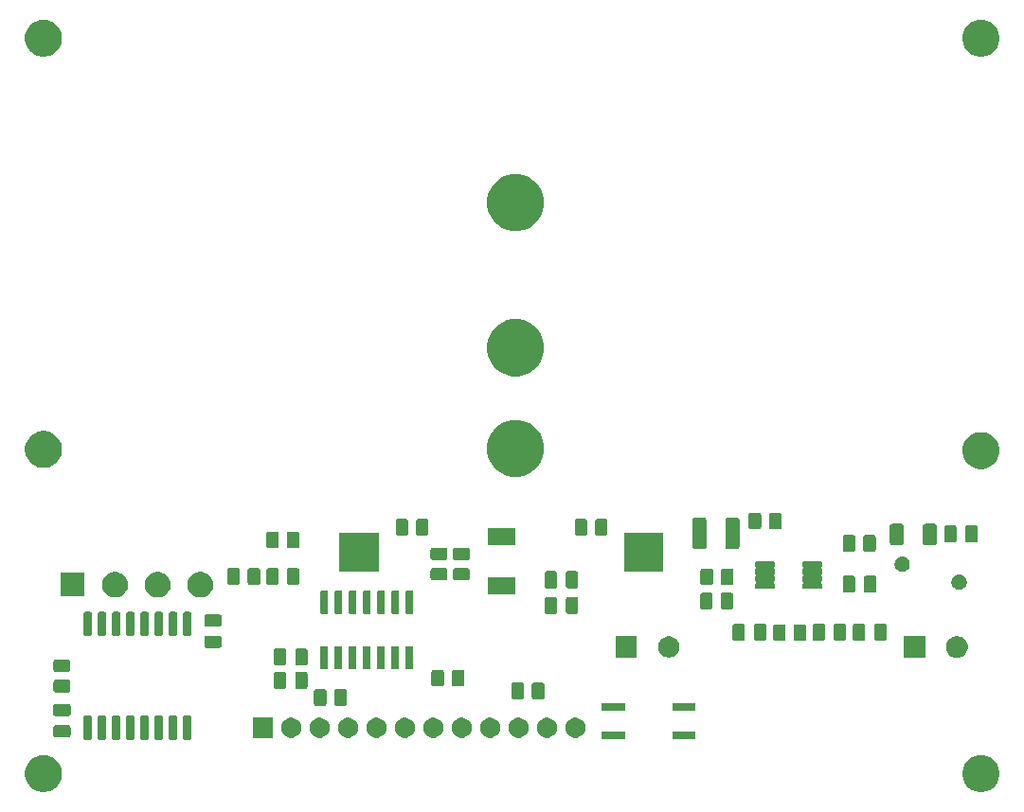
<source format=gbr>
G04 #@! TF.GenerationSoftware,KiCad,Pcbnew,(5.1.5)-3*
G04 #@! TF.CreationDate,2021-03-20T18:15:31+00:00*
G04 #@! TF.ProjectId,CurrentShuntCircuit,43757272-656e-4745-9368-756e74436972,1*
G04 #@! TF.SameCoordinates,Original*
G04 #@! TF.FileFunction,Soldermask,Bot*
G04 #@! TF.FilePolarity,Negative*
%FSLAX46Y46*%
G04 Gerber Fmt 4.6, Leading zero omitted, Abs format (unit mm)*
G04 Created by KiCad (PCBNEW (5.1.5)-3) date 2021-03-20 18:15:31*
%MOMM*%
%LPD*%
G04 APERTURE LIST*
%ADD10C,0.100000*%
G04 APERTURE END LIST*
D10*
G36*
X227275256Y-125291298D02*
G01*
X227381579Y-125312447D01*
X227682042Y-125436903D01*
X227952451Y-125617585D01*
X228182415Y-125847549D01*
X228363097Y-126117958D01*
X228487553Y-126418421D01*
X228551000Y-126737391D01*
X228551000Y-127062609D01*
X228487553Y-127381579D01*
X228363097Y-127682042D01*
X228182415Y-127952451D01*
X227952451Y-128182415D01*
X227682042Y-128363097D01*
X227381579Y-128487553D01*
X227275256Y-128508702D01*
X227062611Y-128551000D01*
X226737389Y-128551000D01*
X226524744Y-128508702D01*
X226418421Y-128487553D01*
X226117958Y-128363097D01*
X225847549Y-128182415D01*
X225617585Y-127952451D01*
X225436903Y-127682042D01*
X225312447Y-127381579D01*
X225249000Y-127062609D01*
X225249000Y-126737391D01*
X225312447Y-126418421D01*
X225436903Y-126117958D01*
X225617585Y-125847549D01*
X225847549Y-125617585D01*
X226117958Y-125436903D01*
X226418421Y-125312447D01*
X226524744Y-125291298D01*
X226737389Y-125249000D01*
X227062611Y-125249000D01*
X227275256Y-125291298D01*
G37*
G36*
X143475256Y-125291298D02*
G01*
X143581579Y-125312447D01*
X143882042Y-125436903D01*
X144152451Y-125617585D01*
X144382415Y-125847549D01*
X144563097Y-126117958D01*
X144687553Y-126418421D01*
X144751000Y-126737391D01*
X144751000Y-127062609D01*
X144687553Y-127381579D01*
X144563097Y-127682042D01*
X144382415Y-127952451D01*
X144152451Y-128182415D01*
X143882042Y-128363097D01*
X143581579Y-128487553D01*
X143475256Y-128508702D01*
X143262611Y-128551000D01*
X142937389Y-128551000D01*
X142724744Y-128508702D01*
X142618421Y-128487553D01*
X142317958Y-128363097D01*
X142047549Y-128182415D01*
X141817585Y-127952451D01*
X141636903Y-127682042D01*
X141512447Y-127381579D01*
X141449000Y-127062609D01*
X141449000Y-126737391D01*
X141512447Y-126418421D01*
X141636903Y-126117958D01*
X141817585Y-125847549D01*
X142047549Y-125617585D01*
X142317958Y-125436903D01*
X142618421Y-125312447D01*
X142724744Y-125291298D01*
X142937389Y-125249000D01*
X143262611Y-125249000D01*
X143475256Y-125291298D01*
G37*
G36*
X153664928Y-121726764D02*
G01*
X153686009Y-121733160D01*
X153705445Y-121743548D01*
X153722476Y-121757524D01*
X153736452Y-121774555D01*
X153746840Y-121793991D01*
X153753236Y-121815072D01*
X153756000Y-121843140D01*
X153756000Y-123756860D01*
X153753236Y-123784928D01*
X153746840Y-123806009D01*
X153736452Y-123825445D01*
X153722476Y-123842476D01*
X153705445Y-123856452D01*
X153686009Y-123866840D01*
X153664928Y-123873236D01*
X153636860Y-123876000D01*
X153173140Y-123876000D01*
X153145072Y-123873236D01*
X153123991Y-123866840D01*
X153104555Y-123856452D01*
X153087524Y-123842476D01*
X153073548Y-123825445D01*
X153063160Y-123806009D01*
X153056764Y-123784928D01*
X153054000Y-123756860D01*
X153054000Y-121843140D01*
X153056764Y-121815072D01*
X153063160Y-121793991D01*
X153073548Y-121774555D01*
X153087524Y-121757524D01*
X153104555Y-121743548D01*
X153123991Y-121733160D01*
X153145072Y-121726764D01*
X153173140Y-121724000D01*
X153636860Y-121724000D01*
X153664928Y-121726764D01*
G37*
G36*
X152394928Y-121726764D02*
G01*
X152416009Y-121733160D01*
X152435445Y-121743548D01*
X152452476Y-121757524D01*
X152466452Y-121774555D01*
X152476840Y-121793991D01*
X152483236Y-121815072D01*
X152486000Y-121843140D01*
X152486000Y-123756860D01*
X152483236Y-123784928D01*
X152476840Y-123806009D01*
X152466452Y-123825445D01*
X152452476Y-123842476D01*
X152435445Y-123856452D01*
X152416009Y-123866840D01*
X152394928Y-123873236D01*
X152366860Y-123876000D01*
X151903140Y-123876000D01*
X151875072Y-123873236D01*
X151853991Y-123866840D01*
X151834555Y-123856452D01*
X151817524Y-123842476D01*
X151803548Y-123825445D01*
X151793160Y-123806009D01*
X151786764Y-123784928D01*
X151784000Y-123756860D01*
X151784000Y-121843140D01*
X151786764Y-121815072D01*
X151793160Y-121793991D01*
X151803548Y-121774555D01*
X151817524Y-121757524D01*
X151834555Y-121743548D01*
X151853991Y-121733160D01*
X151875072Y-121726764D01*
X151903140Y-121724000D01*
X152366860Y-121724000D01*
X152394928Y-121726764D01*
G37*
G36*
X151124928Y-121726764D02*
G01*
X151146009Y-121733160D01*
X151165445Y-121743548D01*
X151182476Y-121757524D01*
X151196452Y-121774555D01*
X151206840Y-121793991D01*
X151213236Y-121815072D01*
X151216000Y-121843140D01*
X151216000Y-123756860D01*
X151213236Y-123784928D01*
X151206840Y-123806009D01*
X151196452Y-123825445D01*
X151182476Y-123842476D01*
X151165445Y-123856452D01*
X151146009Y-123866840D01*
X151124928Y-123873236D01*
X151096860Y-123876000D01*
X150633140Y-123876000D01*
X150605072Y-123873236D01*
X150583991Y-123866840D01*
X150564555Y-123856452D01*
X150547524Y-123842476D01*
X150533548Y-123825445D01*
X150523160Y-123806009D01*
X150516764Y-123784928D01*
X150514000Y-123756860D01*
X150514000Y-121843140D01*
X150516764Y-121815072D01*
X150523160Y-121793991D01*
X150533548Y-121774555D01*
X150547524Y-121757524D01*
X150564555Y-121743548D01*
X150583991Y-121733160D01*
X150605072Y-121726764D01*
X150633140Y-121724000D01*
X151096860Y-121724000D01*
X151124928Y-121726764D01*
G37*
G36*
X149854928Y-121726764D02*
G01*
X149876009Y-121733160D01*
X149895445Y-121743548D01*
X149912476Y-121757524D01*
X149926452Y-121774555D01*
X149936840Y-121793991D01*
X149943236Y-121815072D01*
X149946000Y-121843140D01*
X149946000Y-123756860D01*
X149943236Y-123784928D01*
X149936840Y-123806009D01*
X149926452Y-123825445D01*
X149912476Y-123842476D01*
X149895445Y-123856452D01*
X149876009Y-123866840D01*
X149854928Y-123873236D01*
X149826860Y-123876000D01*
X149363140Y-123876000D01*
X149335072Y-123873236D01*
X149313991Y-123866840D01*
X149294555Y-123856452D01*
X149277524Y-123842476D01*
X149263548Y-123825445D01*
X149253160Y-123806009D01*
X149246764Y-123784928D01*
X149244000Y-123756860D01*
X149244000Y-121843140D01*
X149246764Y-121815072D01*
X149253160Y-121793991D01*
X149263548Y-121774555D01*
X149277524Y-121757524D01*
X149294555Y-121743548D01*
X149313991Y-121733160D01*
X149335072Y-121726764D01*
X149363140Y-121724000D01*
X149826860Y-121724000D01*
X149854928Y-121726764D01*
G37*
G36*
X148584928Y-121726764D02*
G01*
X148606009Y-121733160D01*
X148625445Y-121743548D01*
X148642476Y-121757524D01*
X148656452Y-121774555D01*
X148666840Y-121793991D01*
X148673236Y-121815072D01*
X148676000Y-121843140D01*
X148676000Y-123756860D01*
X148673236Y-123784928D01*
X148666840Y-123806009D01*
X148656452Y-123825445D01*
X148642476Y-123842476D01*
X148625445Y-123856452D01*
X148606009Y-123866840D01*
X148584928Y-123873236D01*
X148556860Y-123876000D01*
X148093140Y-123876000D01*
X148065072Y-123873236D01*
X148043991Y-123866840D01*
X148024555Y-123856452D01*
X148007524Y-123842476D01*
X147993548Y-123825445D01*
X147983160Y-123806009D01*
X147976764Y-123784928D01*
X147974000Y-123756860D01*
X147974000Y-121843140D01*
X147976764Y-121815072D01*
X147983160Y-121793991D01*
X147993548Y-121774555D01*
X148007524Y-121757524D01*
X148024555Y-121743548D01*
X148043991Y-121733160D01*
X148065072Y-121726764D01*
X148093140Y-121724000D01*
X148556860Y-121724000D01*
X148584928Y-121726764D01*
G37*
G36*
X147314928Y-121726764D02*
G01*
X147336009Y-121733160D01*
X147355445Y-121743548D01*
X147372476Y-121757524D01*
X147386452Y-121774555D01*
X147396840Y-121793991D01*
X147403236Y-121815072D01*
X147406000Y-121843140D01*
X147406000Y-123756860D01*
X147403236Y-123784928D01*
X147396840Y-123806009D01*
X147386452Y-123825445D01*
X147372476Y-123842476D01*
X147355445Y-123856452D01*
X147336009Y-123866840D01*
X147314928Y-123873236D01*
X147286860Y-123876000D01*
X146823140Y-123876000D01*
X146795072Y-123873236D01*
X146773991Y-123866840D01*
X146754555Y-123856452D01*
X146737524Y-123842476D01*
X146723548Y-123825445D01*
X146713160Y-123806009D01*
X146706764Y-123784928D01*
X146704000Y-123756860D01*
X146704000Y-121843140D01*
X146706764Y-121815072D01*
X146713160Y-121793991D01*
X146723548Y-121774555D01*
X146737524Y-121757524D01*
X146754555Y-121743548D01*
X146773991Y-121733160D01*
X146795072Y-121726764D01*
X146823140Y-121724000D01*
X147286860Y-121724000D01*
X147314928Y-121726764D01*
G37*
G36*
X154934928Y-121726764D02*
G01*
X154956009Y-121733160D01*
X154975445Y-121743548D01*
X154992476Y-121757524D01*
X155006452Y-121774555D01*
X155016840Y-121793991D01*
X155023236Y-121815072D01*
X155026000Y-121843140D01*
X155026000Y-123756860D01*
X155023236Y-123784928D01*
X155016840Y-123806009D01*
X155006452Y-123825445D01*
X154992476Y-123842476D01*
X154975445Y-123856452D01*
X154956009Y-123866840D01*
X154934928Y-123873236D01*
X154906860Y-123876000D01*
X154443140Y-123876000D01*
X154415072Y-123873236D01*
X154393991Y-123866840D01*
X154374555Y-123856452D01*
X154357524Y-123842476D01*
X154343548Y-123825445D01*
X154333160Y-123806009D01*
X154326764Y-123784928D01*
X154324000Y-123756860D01*
X154324000Y-121843140D01*
X154326764Y-121815072D01*
X154333160Y-121793991D01*
X154343548Y-121774555D01*
X154357524Y-121757524D01*
X154374555Y-121743548D01*
X154393991Y-121733160D01*
X154415072Y-121726764D01*
X154443140Y-121724000D01*
X154906860Y-121724000D01*
X154934928Y-121726764D01*
G37*
G36*
X156204928Y-121726764D02*
G01*
X156226009Y-121733160D01*
X156245445Y-121743548D01*
X156262476Y-121757524D01*
X156276452Y-121774555D01*
X156286840Y-121793991D01*
X156293236Y-121815072D01*
X156296000Y-121843140D01*
X156296000Y-123756860D01*
X156293236Y-123784928D01*
X156286840Y-123806009D01*
X156276452Y-123825445D01*
X156262476Y-123842476D01*
X156245445Y-123856452D01*
X156226009Y-123866840D01*
X156204928Y-123873236D01*
X156176860Y-123876000D01*
X155713140Y-123876000D01*
X155685072Y-123873236D01*
X155663991Y-123866840D01*
X155644555Y-123856452D01*
X155627524Y-123842476D01*
X155613548Y-123825445D01*
X155603160Y-123806009D01*
X155596764Y-123784928D01*
X155594000Y-123756860D01*
X155594000Y-121843140D01*
X155596764Y-121815072D01*
X155603160Y-121793991D01*
X155613548Y-121774555D01*
X155627524Y-121757524D01*
X155644555Y-121743548D01*
X155663991Y-121733160D01*
X155685072Y-121726764D01*
X155713140Y-121724000D01*
X156176860Y-121724000D01*
X156204928Y-121726764D01*
G37*
G36*
X195101000Y-123841000D02*
G01*
X192999000Y-123841000D01*
X192999000Y-123099000D01*
X195101000Y-123099000D01*
X195101000Y-123841000D01*
G37*
G36*
X201401000Y-123841000D02*
G01*
X199299000Y-123841000D01*
X199299000Y-123099000D01*
X201401000Y-123099000D01*
X201401000Y-123841000D01*
G37*
G36*
X165353512Y-121903927D02*
G01*
X165502812Y-121933624D01*
X165666784Y-122001544D01*
X165814354Y-122100147D01*
X165939853Y-122225646D01*
X166038456Y-122373216D01*
X166106376Y-122537188D01*
X166141000Y-122711259D01*
X166141000Y-122888741D01*
X166106376Y-123062812D01*
X166038456Y-123226784D01*
X165939853Y-123374354D01*
X165814354Y-123499853D01*
X165666784Y-123598456D01*
X165502812Y-123666376D01*
X165353512Y-123696073D01*
X165328742Y-123701000D01*
X165151258Y-123701000D01*
X165126488Y-123696073D01*
X164977188Y-123666376D01*
X164813216Y-123598456D01*
X164665646Y-123499853D01*
X164540147Y-123374354D01*
X164441544Y-123226784D01*
X164373624Y-123062812D01*
X164339000Y-122888741D01*
X164339000Y-122711259D01*
X164373624Y-122537188D01*
X164441544Y-122373216D01*
X164540147Y-122225646D01*
X164665646Y-122100147D01*
X164813216Y-122001544D01*
X164977188Y-121933624D01*
X165126488Y-121903927D01*
X165151258Y-121899000D01*
X165328742Y-121899000D01*
X165353512Y-121903927D01*
G37*
G36*
X190753512Y-121903927D02*
G01*
X190902812Y-121933624D01*
X191066784Y-122001544D01*
X191214354Y-122100147D01*
X191339853Y-122225646D01*
X191438456Y-122373216D01*
X191506376Y-122537188D01*
X191541000Y-122711259D01*
X191541000Y-122888741D01*
X191506376Y-123062812D01*
X191438456Y-123226784D01*
X191339853Y-123374354D01*
X191214354Y-123499853D01*
X191066784Y-123598456D01*
X190902812Y-123666376D01*
X190753512Y-123696073D01*
X190728742Y-123701000D01*
X190551258Y-123701000D01*
X190526488Y-123696073D01*
X190377188Y-123666376D01*
X190213216Y-123598456D01*
X190065646Y-123499853D01*
X189940147Y-123374354D01*
X189841544Y-123226784D01*
X189773624Y-123062812D01*
X189739000Y-122888741D01*
X189739000Y-122711259D01*
X189773624Y-122537188D01*
X189841544Y-122373216D01*
X189940147Y-122225646D01*
X190065646Y-122100147D01*
X190213216Y-122001544D01*
X190377188Y-121933624D01*
X190526488Y-121903927D01*
X190551258Y-121899000D01*
X190728742Y-121899000D01*
X190753512Y-121903927D01*
G37*
G36*
X188213512Y-121903927D02*
G01*
X188362812Y-121933624D01*
X188526784Y-122001544D01*
X188674354Y-122100147D01*
X188799853Y-122225646D01*
X188898456Y-122373216D01*
X188966376Y-122537188D01*
X189001000Y-122711259D01*
X189001000Y-122888741D01*
X188966376Y-123062812D01*
X188898456Y-123226784D01*
X188799853Y-123374354D01*
X188674354Y-123499853D01*
X188526784Y-123598456D01*
X188362812Y-123666376D01*
X188213512Y-123696073D01*
X188188742Y-123701000D01*
X188011258Y-123701000D01*
X187986488Y-123696073D01*
X187837188Y-123666376D01*
X187673216Y-123598456D01*
X187525646Y-123499853D01*
X187400147Y-123374354D01*
X187301544Y-123226784D01*
X187233624Y-123062812D01*
X187199000Y-122888741D01*
X187199000Y-122711259D01*
X187233624Y-122537188D01*
X187301544Y-122373216D01*
X187400147Y-122225646D01*
X187525646Y-122100147D01*
X187673216Y-122001544D01*
X187837188Y-121933624D01*
X187986488Y-121903927D01*
X188011258Y-121899000D01*
X188188742Y-121899000D01*
X188213512Y-121903927D01*
G37*
G36*
X185673512Y-121903927D02*
G01*
X185822812Y-121933624D01*
X185986784Y-122001544D01*
X186134354Y-122100147D01*
X186259853Y-122225646D01*
X186358456Y-122373216D01*
X186426376Y-122537188D01*
X186461000Y-122711259D01*
X186461000Y-122888741D01*
X186426376Y-123062812D01*
X186358456Y-123226784D01*
X186259853Y-123374354D01*
X186134354Y-123499853D01*
X185986784Y-123598456D01*
X185822812Y-123666376D01*
X185673512Y-123696073D01*
X185648742Y-123701000D01*
X185471258Y-123701000D01*
X185446488Y-123696073D01*
X185297188Y-123666376D01*
X185133216Y-123598456D01*
X184985646Y-123499853D01*
X184860147Y-123374354D01*
X184761544Y-123226784D01*
X184693624Y-123062812D01*
X184659000Y-122888741D01*
X184659000Y-122711259D01*
X184693624Y-122537188D01*
X184761544Y-122373216D01*
X184860147Y-122225646D01*
X184985646Y-122100147D01*
X185133216Y-122001544D01*
X185297188Y-121933624D01*
X185446488Y-121903927D01*
X185471258Y-121899000D01*
X185648742Y-121899000D01*
X185673512Y-121903927D01*
G37*
G36*
X163601000Y-123701000D02*
G01*
X161799000Y-123701000D01*
X161799000Y-121899000D01*
X163601000Y-121899000D01*
X163601000Y-123701000D01*
G37*
G36*
X167893512Y-121903927D02*
G01*
X168042812Y-121933624D01*
X168206784Y-122001544D01*
X168354354Y-122100147D01*
X168479853Y-122225646D01*
X168578456Y-122373216D01*
X168646376Y-122537188D01*
X168681000Y-122711259D01*
X168681000Y-122888741D01*
X168646376Y-123062812D01*
X168578456Y-123226784D01*
X168479853Y-123374354D01*
X168354354Y-123499853D01*
X168206784Y-123598456D01*
X168042812Y-123666376D01*
X167893512Y-123696073D01*
X167868742Y-123701000D01*
X167691258Y-123701000D01*
X167666488Y-123696073D01*
X167517188Y-123666376D01*
X167353216Y-123598456D01*
X167205646Y-123499853D01*
X167080147Y-123374354D01*
X166981544Y-123226784D01*
X166913624Y-123062812D01*
X166879000Y-122888741D01*
X166879000Y-122711259D01*
X166913624Y-122537188D01*
X166981544Y-122373216D01*
X167080147Y-122225646D01*
X167205646Y-122100147D01*
X167353216Y-122001544D01*
X167517188Y-121933624D01*
X167666488Y-121903927D01*
X167691258Y-121899000D01*
X167868742Y-121899000D01*
X167893512Y-121903927D01*
G37*
G36*
X172973512Y-121903927D02*
G01*
X173122812Y-121933624D01*
X173286784Y-122001544D01*
X173434354Y-122100147D01*
X173559853Y-122225646D01*
X173658456Y-122373216D01*
X173726376Y-122537188D01*
X173761000Y-122711259D01*
X173761000Y-122888741D01*
X173726376Y-123062812D01*
X173658456Y-123226784D01*
X173559853Y-123374354D01*
X173434354Y-123499853D01*
X173286784Y-123598456D01*
X173122812Y-123666376D01*
X172973512Y-123696073D01*
X172948742Y-123701000D01*
X172771258Y-123701000D01*
X172746488Y-123696073D01*
X172597188Y-123666376D01*
X172433216Y-123598456D01*
X172285646Y-123499853D01*
X172160147Y-123374354D01*
X172061544Y-123226784D01*
X171993624Y-123062812D01*
X171959000Y-122888741D01*
X171959000Y-122711259D01*
X171993624Y-122537188D01*
X172061544Y-122373216D01*
X172160147Y-122225646D01*
X172285646Y-122100147D01*
X172433216Y-122001544D01*
X172597188Y-121933624D01*
X172746488Y-121903927D01*
X172771258Y-121899000D01*
X172948742Y-121899000D01*
X172973512Y-121903927D01*
G37*
G36*
X175513512Y-121903927D02*
G01*
X175662812Y-121933624D01*
X175826784Y-122001544D01*
X175974354Y-122100147D01*
X176099853Y-122225646D01*
X176198456Y-122373216D01*
X176266376Y-122537188D01*
X176301000Y-122711259D01*
X176301000Y-122888741D01*
X176266376Y-123062812D01*
X176198456Y-123226784D01*
X176099853Y-123374354D01*
X175974354Y-123499853D01*
X175826784Y-123598456D01*
X175662812Y-123666376D01*
X175513512Y-123696073D01*
X175488742Y-123701000D01*
X175311258Y-123701000D01*
X175286488Y-123696073D01*
X175137188Y-123666376D01*
X174973216Y-123598456D01*
X174825646Y-123499853D01*
X174700147Y-123374354D01*
X174601544Y-123226784D01*
X174533624Y-123062812D01*
X174499000Y-122888741D01*
X174499000Y-122711259D01*
X174533624Y-122537188D01*
X174601544Y-122373216D01*
X174700147Y-122225646D01*
X174825646Y-122100147D01*
X174973216Y-122001544D01*
X175137188Y-121933624D01*
X175286488Y-121903927D01*
X175311258Y-121899000D01*
X175488742Y-121899000D01*
X175513512Y-121903927D01*
G37*
G36*
X178053512Y-121903927D02*
G01*
X178202812Y-121933624D01*
X178366784Y-122001544D01*
X178514354Y-122100147D01*
X178639853Y-122225646D01*
X178738456Y-122373216D01*
X178806376Y-122537188D01*
X178841000Y-122711259D01*
X178841000Y-122888741D01*
X178806376Y-123062812D01*
X178738456Y-123226784D01*
X178639853Y-123374354D01*
X178514354Y-123499853D01*
X178366784Y-123598456D01*
X178202812Y-123666376D01*
X178053512Y-123696073D01*
X178028742Y-123701000D01*
X177851258Y-123701000D01*
X177826488Y-123696073D01*
X177677188Y-123666376D01*
X177513216Y-123598456D01*
X177365646Y-123499853D01*
X177240147Y-123374354D01*
X177141544Y-123226784D01*
X177073624Y-123062812D01*
X177039000Y-122888741D01*
X177039000Y-122711259D01*
X177073624Y-122537188D01*
X177141544Y-122373216D01*
X177240147Y-122225646D01*
X177365646Y-122100147D01*
X177513216Y-122001544D01*
X177677188Y-121933624D01*
X177826488Y-121903927D01*
X177851258Y-121899000D01*
X178028742Y-121899000D01*
X178053512Y-121903927D01*
G37*
G36*
X180593512Y-121903927D02*
G01*
X180742812Y-121933624D01*
X180906784Y-122001544D01*
X181054354Y-122100147D01*
X181179853Y-122225646D01*
X181278456Y-122373216D01*
X181346376Y-122537188D01*
X181381000Y-122711259D01*
X181381000Y-122888741D01*
X181346376Y-123062812D01*
X181278456Y-123226784D01*
X181179853Y-123374354D01*
X181054354Y-123499853D01*
X180906784Y-123598456D01*
X180742812Y-123666376D01*
X180593512Y-123696073D01*
X180568742Y-123701000D01*
X180391258Y-123701000D01*
X180366488Y-123696073D01*
X180217188Y-123666376D01*
X180053216Y-123598456D01*
X179905646Y-123499853D01*
X179780147Y-123374354D01*
X179681544Y-123226784D01*
X179613624Y-123062812D01*
X179579000Y-122888741D01*
X179579000Y-122711259D01*
X179613624Y-122537188D01*
X179681544Y-122373216D01*
X179780147Y-122225646D01*
X179905646Y-122100147D01*
X180053216Y-122001544D01*
X180217188Y-121933624D01*
X180366488Y-121903927D01*
X180391258Y-121899000D01*
X180568742Y-121899000D01*
X180593512Y-121903927D01*
G37*
G36*
X183133512Y-121903927D02*
G01*
X183282812Y-121933624D01*
X183446784Y-122001544D01*
X183594354Y-122100147D01*
X183719853Y-122225646D01*
X183818456Y-122373216D01*
X183886376Y-122537188D01*
X183921000Y-122711259D01*
X183921000Y-122888741D01*
X183886376Y-123062812D01*
X183818456Y-123226784D01*
X183719853Y-123374354D01*
X183594354Y-123499853D01*
X183446784Y-123598456D01*
X183282812Y-123666376D01*
X183133512Y-123696073D01*
X183108742Y-123701000D01*
X182931258Y-123701000D01*
X182906488Y-123696073D01*
X182757188Y-123666376D01*
X182593216Y-123598456D01*
X182445646Y-123499853D01*
X182320147Y-123374354D01*
X182221544Y-123226784D01*
X182153624Y-123062812D01*
X182119000Y-122888741D01*
X182119000Y-122711259D01*
X182153624Y-122537188D01*
X182221544Y-122373216D01*
X182320147Y-122225646D01*
X182445646Y-122100147D01*
X182593216Y-122001544D01*
X182757188Y-121933624D01*
X182906488Y-121903927D01*
X182931258Y-121899000D01*
X183108742Y-121899000D01*
X183133512Y-121903927D01*
G37*
G36*
X170433512Y-121903927D02*
G01*
X170582812Y-121933624D01*
X170746784Y-122001544D01*
X170894354Y-122100147D01*
X171019853Y-122225646D01*
X171118456Y-122373216D01*
X171186376Y-122537188D01*
X171221000Y-122711259D01*
X171221000Y-122888741D01*
X171186376Y-123062812D01*
X171118456Y-123226784D01*
X171019853Y-123374354D01*
X170894354Y-123499853D01*
X170746784Y-123598456D01*
X170582812Y-123666376D01*
X170433512Y-123696073D01*
X170408742Y-123701000D01*
X170231258Y-123701000D01*
X170206488Y-123696073D01*
X170057188Y-123666376D01*
X169893216Y-123598456D01*
X169745646Y-123499853D01*
X169620147Y-123374354D01*
X169521544Y-123226784D01*
X169453624Y-123062812D01*
X169419000Y-122888741D01*
X169419000Y-122711259D01*
X169453624Y-122537188D01*
X169521544Y-122373216D01*
X169620147Y-122225646D01*
X169745646Y-122100147D01*
X169893216Y-122001544D01*
X170057188Y-121933624D01*
X170206488Y-121903927D01*
X170231258Y-121899000D01*
X170408742Y-121899000D01*
X170433512Y-121903927D01*
G37*
G36*
X145354434Y-122553686D02*
G01*
X145394284Y-122565774D01*
X145430999Y-122585399D01*
X145463186Y-122611814D01*
X145489601Y-122644001D01*
X145509226Y-122680716D01*
X145521314Y-122720566D01*
X145526000Y-122768141D01*
X145526000Y-123431859D01*
X145521314Y-123479434D01*
X145509226Y-123519284D01*
X145489601Y-123555999D01*
X145463186Y-123588186D01*
X145430999Y-123614601D01*
X145394284Y-123634226D01*
X145354434Y-123646314D01*
X145306859Y-123651000D01*
X144193141Y-123651000D01*
X144145566Y-123646314D01*
X144105716Y-123634226D01*
X144069001Y-123614601D01*
X144036814Y-123588186D01*
X144010399Y-123555999D01*
X143990774Y-123519284D01*
X143978686Y-123479434D01*
X143974000Y-123431859D01*
X143974000Y-122768141D01*
X143978686Y-122720566D01*
X143990774Y-122680716D01*
X144010399Y-122644001D01*
X144036814Y-122611814D01*
X144069001Y-122585399D01*
X144105716Y-122565774D01*
X144145566Y-122553686D01*
X144193141Y-122549000D01*
X145306859Y-122549000D01*
X145354434Y-122553686D01*
G37*
G36*
X145354434Y-120653686D02*
G01*
X145394284Y-120665774D01*
X145430999Y-120685399D01*
X145463186Y-120711814D01*
X145489601Y-120744001D01*
X145509226Y-120780716D01*
X145521314Y-120820566D01*
X145526000Y-120868141D01*
X145526000Y-121531859D01*
X145521314Y-121579434D01*
X145509226Y-121619284D01*
X145489601Y-121655999D01*
X145463186Y-121688186D01*
X145430999Y-121714601D01*
X145394284Y-121734226D01*
X145354434Y-121746314D01*
X145306859Y-121751000D01*
X144193141Y-121751000D01*
X144145566Y-121746314D01*
X144105716Y-121734226D01*
X144069001Y-121714601D01*
X144036814Y-121688186D01*
X144010399Y-121655999D01*
X143990774Y-121619284D01*
X143978686Y-121579434D01*
X143974000Y-121531859D01*
X143974000Y-120868141D01*
X143978686Y-120820566D01*
X143990774Y-120780716D01*
X144010399Y-120744001D01*
X144036814Y-120711814D01*
X144069001Y-120685399D01*
X144105716Y-120665774D01*
X144145566Y-120653686D01*
X144193141Y-120649000D01*
X145306859Y-120649000D01*
X145354434Y-120653686D01*
G37*
G36*
X195101000Y-121301000D02*
G01*
X192999000Y-121301000D01*
X192999000Y-120559000D01*
X195101000Y-120559000D01*
X195101000Y-121301000D01*
G37*
G36*
X201401000Y-121301000D02*
G01*
X199299000Y-121301000D01*
X199299000Y-120559000D01*
X201401000Y-120559000D01*
X201401000Y-121301000D01*
G37*
G36*
X168231162Y-119353644D02*
G01*
X168270608Y-119365610D01*
X168306953Y-119385037D01*
X168338815Y-119411185D01*
X168364963Y-119443047D01*
X168384390Y-119479392D01*
X168396356Y-119518838D01*
X168401000Y-119565993D01*
X168401000Y-120634007D01*
X168396356Y-120681162D01*
X168384390Y-120720608D01*
X168364963Y-120756953D01*
X168338815Y-120788815D01*
X168306953Y-120814963D01*
X168270608Y-120834390D01*
X168231162Y-120846356D01*
X168184007Y-120851000D01*
X167490993Y-120851000D01*
X167443838Y-120846356D01*
X167404392Y-120834390D01*
X167368047Y-120814963D01*
X167336185Y-120788815D01*
X167310037Y-120756953D01*
X167290610Y-120720608D01*
X167278644Y-120681162D01*
X167274000Y-120634007D01*
X167274000Y-119565993D01*
X167278644Y-119518838D01*
X167290610Y-119479392D01*
X167310037Y-119443047D01*
X167336185Y-119411185D01*
X167368047Y-119385037D01*
X167404392Y-119365610D01*
X167443838Y-119353644D01*
X167490993Y-119349000D01*
X168184007Y-119349000D01*
X168231162Y-119353644D01*
G37*
G36*
X170056162Y-119353644D02*
G01*
X170095608Y-119365610D01*
X170131953Y-119385037D01*
X170163815Y-119411185D01*
X170189963Y-119443047D01*
X170209390Y-119479392D01*
X170221356Y-119518838D01*
X170226000Y-119565993D01*
X170226000Y-120634007D01*
X170221356Y-120681162D01*
X170209390Y-120720608D01*
X170189963Y-120756953D01*
X170163815Y-120788815D01*
X170131953Y-120814963D01*
X170095608Y-120834390D01*
X170056162Y-120846356D01*
X170009007Y-120851000D01*
X169315993Y-120851000D01*
X169268838Y-120846356D01*
X169229392Y-120834390D01*
X169193047Y-120814963D01*
X169161185Y-120788815D01*
X169135037Y-120756953D01*
X169115610Y-120720608D01*
X169103644Y-120681162D01*
X169099000Y-120634007D01*
X169099000Y-119565993D01*
X169103644Y-119518838D01*
X169115610Y-119479392D01*
X169135037Y-119443047D01*
X169161185Y-119411185D01*
X169193047Y-119385037D01*
X169229392Y-119365610D01*
X169268838Y-119353644D01*
X169315993Y-119349000D01*
X170009007Y-119349000D01*
X170056162Y-119353644D01*
G37*
G36*
X187706162Y-118753644D02*
G01*
X187745608Y-118765610D01*
X187781953Y-118785037D01*
X187813815Y-118811185D01*
X187839963Y-118843047D01*
X187859390Y-118879392D01*
X187871356Y-118918838D01*
X187876000Y-118965993D01*
X187876000Y-120034007D01*
X187871356Y-120081162D01*
X187859390Y-120120608D01*
X187839963Y-120156953D01*
X187813815Y-120188815D01*
X187781953Y-120214963D01*
X187745608Y-120234390D01*
X187706162Y-120246356D01*
X187659007Y-120251000D01*
X186965993Y-120251000D01*
X186918838Y-120246356D01*
X186879392Y-120234390D01*
X186843047Y-120214963D01*
X186811185Y-120188815D01*
X186785037Y-120156953D01*
X186765610Y-120120608D01*
X186753644Y-120081162D01*
X186749000Y-120034007D01*
X186749000Y-118965993D01*
X186753644Y-118918838D01*
X186765610Y-118879392D01*
X186785037Y-118843047D01*
X186811185Y-118811185D01*
X186843047Y-118785037D01*
X186879392Y-118765610D01*
X186918838Y-118753644D01*
X186965993Y-118749000D01*
X187659007Y-118749000D01*
X187706162Y-118753644D01*
G37*
G36*
X185881162Y-118753644D02*
G01*
X185920608Y-118765610D01*
X185956953Y-118785037D01*
X185988815Y-118811185D01*
X186014963Y-118843047D01*
X186034390Y-118879392D01*
X186046356Y-118918838D01*
X186051000Y-118965993D01*
X186051000Y-120034007D01*
X186046356Y-120081162D01*
X186034390Y-120120608D01*
X186014963Y-120156953D01*
X185988815Y-120188815D01*
X185956953Y-120214963D01*
X185920608Y-120234390D01*
X185881162Y-120246356D01*
X185834007Y-120251000D01*
X185140993Y-120251000D01*
X185093838Y-120246356D01*
X185054392Y-120234390D01*
X185018047Y-120214963D01*
X184986185Y-120188815D01*
X184960037Y-120156953D01*
X184940610Y-120120608D01*
X184928644Y-120081162D01*
X184924000Y-120034007D01*
X184924000Y-118965993D01*
X184928644Y-118918838D01*
X184940610Y-118879392D01*
X184960037Y-118843047D01*
X184986185Y-118811185D01*
X185018047Y-118785037D01*
X185054392Y-118765610D01*
X185093838Y-118753644D01*
X185140993Y-118749000D01*
X185834007Y-118749000D01*
X185881162Y-118753644D01*
G37*
G36*
X145331162Y-118503644D02*
G01*
X145370608Y-118515610D01*
X145406953Y-118535037D01*
X145438815Y-118561185D01*
X145464963Y-118593047D01*
X145484390Y-118629392D01*
X145496356Y-118668838D01*
X145501000Y-118715993D01*
X145501000Y-119409007D01*
X145496356Y-119456162D01*
X145484390Y-119495608D01*
X145464963Y-119531953D01*
X145438815Y-119563815D01*
X145406953Y-119589963D01*
X145370608Y-119609390D01*
X145331162Y-119621356D01*
X145284007Y-119626000D01*
X144215993Y-119626000D01*
X144168838Y-119621356D01*
X144129392Y-119609390D01*
X144093047Y-119589963D01*
X144061185Y-119563815D01*
X144035037Y-119531953D01*
X144015610Y-119495608D01*
X144003644Y-119456162D01*
X143999000Y-119409007D01*
X143999000Y-118715993D01*
X144003644Y-118668838D01*
X144015610Y-118629392D01*
X144035037Y-118593047D01*
X144061185Y-118561185D01*
X144093047Y-118535037D01*
X144129392Y-118515610D01*
X144168838Y-118503644D01*
X144215993Y-118499000D01*
X145284007Y-118499000D01*
X145331162Y-118503644D01*
G37*
G36*
X164629434Y-117778686D02*
G01*
X164669284Y-117790774D01*
X164705999Y-117810399D01*
X164738186Y-117836814D01*
X164764601Y-117869001D01*
X164784226Y-117905716D01*
X164796314Y-117945566D01*
X164801000Y-117993141D01*
X164801000Y-119106859D01*
X164796314Y-119154434D01*
X164784226Y-119194284D01*
X164764601Y-119230999D01*
X164738186Y-119263186D01*
X164705999Y-119289601D01*
X164669284Y-119309226D01*
X164629434Y-119321314D01*
X164581859Y-119326000D01*
X163918141Y-119326000D01*
X163870566Y-119321314D01*
X163830716Y-119309226D01*
X163794001Y-119289601D01*
X163761814Y-119263186D01*
X163735399Y-119230999D01*
X163715774Y-119194284D01*
X163703686Y-119154434D01*
X163699000Y-119106859D01*
X163699000Y-117993141D01*
X163703686Y-117945566D01*
X163715774Y-117905716D01*
X163735399Y-117869001D01*
X163761814Y-117836814D01*
X163794001Y-117810399D01*
X163830716Y-117790774D01*
X163870566Y-117778686D01*
X163918141Y-117774000D01*
X164581859Y-117774000D01*
X164629434Y-117778686D01*
G37*
G36*
X166529434Y-117778686D02*
G01*
X166569284Y-117790774D01*
X166605999Y-117810399D01*
X166638186Y-117836814D01*
X166664601Y-117869001D01*
X166684226Y-117905716D01*
X166696314Y-117945566D01*
X166701000Y-117993141D01*
X166701000Y-119106859D01*
X166696314Y-119154434D01*
X166684226Y-119194284D01*
X166664601Y-119230999D01*
X166638186Y-119263186D01*
X166605999Y-119289601D01*
X166569284Y-119309226D01*
X166529434Y-119321314D01*
X166481859Y-119326000D01*
X165818141Y-119326000D01*
X165770566Y-119321314D01*
X165730716Y-119309226D01*
X165694001Y-119289601D01*
X165661814Y-119263186D01*
X165635399Y-119230999D01*
X165615774Y-119194284D01*
X165603686Y-119154434D01*
X165599000Y-119106859D01*
X165599000Y-117993141D01*
X165603686Y-117945566D01*
X165615774Y-117905716D01*
X165635399Y-117869001D01*
X165661814Y-117836814D01*
X165694001Y-117810399D01*
X165730716Y-117790774D01*
X165770566Y-117778686D01*
X165818141Y-117774000D01*
X166481859Y-117774000D01*
X166529434Y-117778686D01*
G37*
G36*
X180556162Y-117603644D02*
G01*
X180595608Y-117615610D01*
X180631953Y-117635037D01*
X180663815Y-117661185D01*
X180689963Y-117693047D01*
X180709390Y-117729392D01*
X180721356Y-117768838D01*
X180726000Y-117815993D01*
X180726000Y-118884007D01*
X180721356Y-118931162D01*
X180709390Y-118970608D01*
X180689963Y-119006953D01*
X180663815Y-119038815D01*
X180631953Y-119064963D01*
X180595608Y-119084390D01*
X180556162Y-119096356D01*
X180509007Y-119101000D01*
X179815993Y-119101000D01*
X179768838Y-119096356D01*
X179729392Y-119084390D01*
X179693047Y-119064963D01*
X179661185Y-119038815D01*
X179635037Y-119006953D01*
X179615610Y-118970608D01*
X179603644Y-118931162D01*
X179599000Y-118884007D01*
X179599000Y-117815993D01*
X179603644Y-117768838D01*
X179615610Y-117729392D01*
X179635037Y-117693047D01*
X179661185Y-117661185D01*
X179693047Y-117635037D01*
X179729392Y-117615610D01*
X179768838Y-117603644D01*
X179815993Y-117599000D01*
X180509007Y-117599000D01*
X180556162Y-117603644D01*
G37*
G36*
X178731162Y-117603644D02*
G01*
X178770608Y-117615610D01*
X178806953Y-117635037D01*
X178838815Y-117661185D01*
X178864963Y-117693047D01*
X178884390Y-117729392D01*
X178896356Y-117768838D01*
X178901000Y-117815993D01*
X178901000Y-118884007D01*
X178896356Y-118931162D01*
X178884390Y-118970608D01*
X178864963Y-119006953D01*
X178838815Y-119038815D01*
X178806953Y-119064963D01*
X178770608Y-119084390D01*
X178731162Y-119096356D01*
X178684007Y-119101000D01*
X177990993Y-119101000D01*
X177943838Y-119096356D01*
X177904392Y-119084390D01*
X177868047Y-119064963D01*
X177836185Y-119038815D01*
X177810037Y-119006953D01*
X177790610Y-118970608D01*
X177778644Y-118931162D01*
X177774000Y-118884007D01*
X177774000Y-117815993D01*
X177778644Y-117768838D01*
X177790610Y-117729392D01*
X177810037Y-117693047D01*
X177836185Y-117661185D01*
X177868047Y-117635037D01*
X177904392Y-117615610D01*
X177943838Y-117603644D01*
X177990993Y-117599000D01*
X178684007Y-117599000D01*
X178731162Y-117603644D01*
G37*
G36*
X145331162Y-116678644D02*
G01*
X145370608Y-116690610D01*
X145406953Y-116710037D01*
X145438815Y-116736185D01*
X145464963Y-116768047D01*
X145484390Y-116804392D01*
X145496356Y-116843838D01*
X145501000Y-116890993D01*
X145501000Y-117584007D01*
X145496356Y-117631162D01*
X145484390Y-117670608D01*
X145464963Y-117706953D01*
X145438815Y-117738815D01*
X145406953Y-117764963D01*
X145370608Y-117784390D01*
X145331162Y-117796356D01*
X145284007Y-117801000D01*
X144215993Y-117801000D01*
X144168838Y-117796356D01*
X144129392Y-117784390D01*
X144093047Y-117764963D01*
X144061185Y-117738815D01*
X144035037Y-117706953D01*
X144015610Y-117670608D01*
X144003644Y-117631162D01*
X143999000Y-117584007D01*
X143999000Y-116890993D01*
X144003644Y-116843838D01*
X144015610Y-116804392D01*
X144035037Y-116768047D01*
X144061185Y-116736185D01*
X144093047Y-116710037D01*
X144129392Y-116690610D01*
X144168838Y-116678644D01*
X144215993Y-116674000D01*
X145284007Y-116674000D01*
X145331162Y-116678644D01*
G37*
G36*
X174799928Y-115501764D02*
G01*
X174821009Y-115508160D01*
X174840445Y-115518548D01*
X174857476Y-115532524D01*
X174871452Y-115549555D01*
X174881840Y-115568991D01*
X174888236Y-115590072D01*
X174891000Y-115618140D01*
X174891000Y-117431860D01*
X174888236Y-117459928D01*
X174881840Y-117481009D01*
X174871452Y-117500445D01*
X174857476Y-117517476D01*
X174840445Y-117531452D01*
X174821009Y-117541840D01*
X174799928Y-117548236D01*
X174771860Y-117551000D01*
X174308140Y-117551000D01*
X174280072Y-117548236D01*
X174258991Y-117541840D01*
X174239555Y-117531452D01*
X174222524Y-117517476D01*
X174208548Y-117500445D01*
X174198160Y-117481009D01*
X174191764Y-117459928D01*
X174189000Y-117431860D01*
X174189000Y-115618140D01*
X174191764Y-115590072D01*
X174198160Y-115568991D01*
X174208548Y-115549555D01*
X174222524Y-115532524D01*
X174239555Y-115518548D01*
X174258991Y-115508160D01*
X174280072Y-115501764D01*
X174308140Y-115499000D01*
X174771860Y-115499000D01*
X174799928Y-115501764D01*
G37*
G36*
X176069928Y-115501764D02*
G01*
X176091009Y-115508160D01*
X176110445Y-115518548D01*
X176127476Y-115532524D01*
X176141452Y-115549555D01*
X176151840Y-115568991D01*
X176158236Y-115590072D01*
X176161000Y-115618140D01*
X176161000Y-117431860D01*
X176158236Y-117459928D01*
X176151840Y-117481009D01*
X176141452Y-117500445D01*
X176127476Y-117517476D01*
X176110445Y-117531452D01*
X176091009Y-117541840D01*
X176069928Y-117548236D01*
X176041860Y-117551000D01*
X175578140Y-117551000D01*
X175550072Y-117548236D01*
X175528991Y-117541840D01*
X175509555Y-117531452D01*
X175492524Y-117517476D01*
X175478548Y-117500445D01*
X175468160Y-117481009D01*
X175461764Y-117459928D01*
X175459000Y-117431860D01*
X175459000Y-115618140D01*
X175461764Y-115590072D01*
X175468160Y-115568991D01*
X175478548Y-115549555D01*
X175492524Y-115532524D01*
X175509555Y-115518548D01*
X175528991Y-115508160D01*
X175550072Y-115501764D01*
X175578140Y-115499000D01*
X176041860Y-115499000D01*
X176069928Y-115501764D01*
G37*
G36*
X168449928Y-115501764D02*
G01*
X168471009Y-115508160D01*
X168490445Y-115518548D01*
X168507476Y-115532524D01*
X168521452Y-115549555D01*
X168531840Y-115568991D01*
X168538236Y-115590072D01*
X168541000Y-115618140D01*
X168541000Y-117431860D01*
X168538236Y-117459928D01*
X168531840Y-117481009D01*
X168521452Y-117500445D01*
X168507476Y-117517476D01*
X168490445Y-117531452D01*
X168471009Y-117541840D01*
X168449928Y-117548236D01*
X168421860Y-117551000D01*
X167958140Y-117551000D01*
X167930072Y-117548236D01*
X167908991Y-117541840D01*
X167889555Y-117531452D01*
X167872524Y-117517476D01*
X167858548Y-117500445D01*
X167848160Y-117481009D01*
X167841764Y-117459928D01*
X167839000Y-117431860D01*
X167839000Y-115618140D01*
X167841764Y-115590072D01*
X167848160Y-115568991D01*
X167858548Y-115549555D01*
X167872524Y-115532524D01*
X167889555Y-115518548D01*
X167908991Y-115508160D01*
X167930072Y-115501764D01*
X167958140Y-115499000D01*
X168421860Y-115499000D01*
X168449928Y-115501764D01*
G37*
G36*
X169719928Y-115501764D02*
G01*
X169741009Y-115508160D01*
X169760445Y-115518548D01*
X169777476Y-115532524D01*
X169791452Y-115549555D01*
X169801840Y-115568991D01*
X169808236Y-115590072D01*
X169811000Y-115618140D01*
X169811000Y-117431860D01*
X169808236Y-117459928D01*
X169801840Y-117481009D01*
X169791452Y-117500445D01*
X169777476Y-117517476D01*
X169760445Y-117531452D01*
X169741009Y-117541840D01*
X169719928Y-117548236D01*
X169691860Y-117551000D01*
X169228140Y-117551000D01*
X169200072Y-117548236D01*
X169178991Y-117541840D01*
X169159555Y-117531452D01*
X169142524Y-117517476D01*
X169128548Y-117500445D01*
X169118160Y-117481009D01*
X169111764Y-117459928D01*
X169109000Y-117431860D01*
X169109000Y-115618140D01*
X169111764Y-115590072D01*
X169118160Y-115568991D01*
X169128548Y-115549555D01*
X169142524Y-115532524D01*
X169159555Y-115518548D01*
X169178991Y-115508160D01*
X169200072Y-115501764D01*
X169228140Y-115499000D01*
X169691860Y-115499000D01*
X169719928Y-115501764D01*
G37*
G36*
X170989928Y-115501764D02*
G01*
X171011009Y-115508160D01*
X171030445Y-115518548D01*
X171047476Y-115532524D01*
X171061452Y-115549555D01*
X171071840Y-115568991D01*
X171078236Y-115590072D01*
X171081000Y-115618140D01*
X171081000Y-117431860D01*
X171078236Y-117459928D01*
X171071840Y-117481009D01*
X171061452Y-117500445D01*
X171047476Y-117517476D01*
X171030445Y-117531452D01*
X171011009Y-117541840D01*
X170989928Y-117548236D01*
X170961860Y-117551000D01*
X170498140Y-117551000D01*
X170470072Y-117548236D01*
X170448991Y-117541840D01*
X170429555Y-117531452D01*
X170412524Y-117517476D01*
X170398548Y-117500445D01*
X170388160Y-117481009D01*
X170381764Y-117459928D01*
X170379000Y-117431860D01*
X170379000Y-115618140D01*
X170381764Y-115590072D01*
X170388160Y-115568991D01*
X170398548Y-115549555D01*
X170412524Y-115532524D01*
X170429555Y-115518548D01*
X170448991Y-115508160D01*
X170470072Y-115501764D01*
X170498140Y-115499000D01*
X170961860Y-115499000D01*
X170989928Y-115501764D01*
G37*
G36*
X172259928Y-115501764D02*
G01*
X172281009Y-115508160D01*
X172300445Y-115518548D01*
X172317476Y-115532524D01*
X172331452Y-115549555D01*
X172341840Y-115568991D01*
X172348236Y-115590072D01*
X172351000Y-115618140D01*
X172351000Y-117431860D01*
X172348236Y-117459928D01*
X172341840Y-117481009D01*
X172331452Y-117500445D01*
X172317476Y-117517476D01*
X172300445Y-117531452D01*
X172281009Y-117541840D01*
X172259928Y-117548236D01*
X172231860Y-117551000D01*
X171768140Y-117551000D01*
X171740072Y-117548236D01*
X171718991Y-117541840D01*
X171699555Y-117531452D01*
X171682524Y-117517476D01*
X171668548Y-117500445D01*
X171658160Y-117481009D01*
X171651764Y-117459928D01*
X171649000Y-117431860D01*
X171649000Y-115618140D01*
X171651764Y-115590072D01*
X171658160Y-115568991D01*
X171668548Y-115549555D01*
X171682524Y-115532524D01*
X171699555Y-115518548D01*
X171718991Y-115508160D01*
X171740072Y-115501764D01*
X171768140Y-115499000D01*
X172231860Y-115499000D01*
X172259928Y-115501764D01*
G37*
G36*
X173529928Y-115501764D02*
G01*
X173551009Y-115508160D01*
X173570445Y-115518548D01*
X173587476Y-115532524D01*
X173601452Y-115549555D01*
X173611840Y-115568991D01*
X173618236Y-115590072D01*
X173621000Y-115618140D01*
X173621000Y-117431860D01*
X173618236Y-117459928D01*
X173611840Y-117481009D01*
X173601452Y-117500445D01*
X173587476Y-117517476D01*
X173570445Y-117531452D01*
X173551009Y-117541840D01*
X173529928Y-117548236D01*
X173501860Y-117551000D01*
X173038140Y-117551000D01*
X173010072Y-117548236D01*
X172988991Y-117541840D01*
X172969555Y-117531452D01*
X172952524Y-117517476D01*
X172938548Y-117500445D01*
X172928160Y-117481009D01*
X172921764Y-117459928D01*
X172919000Y-117431860D01*
X172919000Y-115618140D01*
X172921764Y-115590072D01*
X172928160Y-115568991D01*
X172938548Y-115549555D01*
X172952524Y-115532524D01*
X172969555Y-115518548D01*
X172988991Y-115508160D01*
X173010072Y-115501764D01*
X173038140Y-115499000D01*
X173501860Y-115499000D01*
X173529928Y-115501764D01*
G37*
G36*
X164629434Y-115678686D02*
G01*
X164669284Y-115690774D01*
X164705999Y-115710399D01*
X164738186Y-115736814D01*
X164764601Y-115769001D01*
X164784226Y-115805716D01*
X164796314Y-115845566D01*
X164801000Y-115893141D01*
X164801000Y-117006859D01*
X164796314Y-117054434D01*
X164784226Y-117094284D01*
X164764601Y-117130999D01*
X164738186Y-117163186D01*
X164705999Y-117189601D01*
X164669284Y-117209226D01*
X164629434Y-117221314D01*
X164581859Y-117226000D01*
X163918141Y-117226000D01*
X163870566Y-117221314D01*
X163830716Y-117209226D01*
X163794001Y-117189601D01*
X163761814Y-117163186D01*
X163735399Y-117130999D01*
X163715774Y-117094284D01*
X163703686Y-117054434D01*
X163699000Y-117006859D01*
X163699000Y-115893141D01*
X163703686Y-115845566D01*
X163715774Y-115805716D01*
X163735399Y-115769001D01*
X163761814Y-115736814D01*
X163794001Y-115710399D01*
X163830716Y-115690774D01*
X163870566Y-115678686D01*
X163918141Y-115674000D01*
X164581859Y-115674000D01*
X164629434Y-115678686D01*
G37*
G36*
X166529434Y-115678686D02*
G01*
X166569284Y-115690774D01*
X166605999Y-115710399D01*
X166638186Y-115736814D01*
X166664601Y-115769001D01*
X166684226Y-115805716D01*
X166696314Y-115845566D01*
X166701000Y-115893141D01*
X166701000Y-117006859D01*
X166696314Y-117054434D01*
X166684226Y-117094284D01*
X166664601Y-117130999D01*
X166638186Y-117163186D01*
X166605999Y-117189601D01*
X166569284Y-117209226D01*
X166529434Y-117221314D01*
X166481859Y-117226000D01*
X165818141Y-117226000D01*
X165770566Y-117221314D01*
X165730716Y-117209226D01*
X165694001Y-117189601D01*
X165661814Y-117163186D01*
X165635399Y-117130999D01*
X165615774Y-117094284D01*
X165603686Y-117054434D01*
X165599000Y-117006859D01*
X165599000Y-115893141D01*
X165603686Y-115845566D01*
X165615774Y-115805716D01*
X165635399Y-115769001D01*
X165661814Y-115736814D01*
X165694001Y-115710399D01*
X165730716Y-115690774D01*
X165770566Y-115678686D01*
X165818141Y-115674000D01*
X166481859Y-115674000D01*
X166529434Y-115678686D01*
G37*
G36*
X225034687Y-114626507D02*
G01*
X225034690Y-114626508D01*
X225034689Y-114626508D01*
X225212309Y-114700080D01*
X225212310Y-114700081D01*
X225372161Y-114806889D01*
X225508111Y-114942839D01*
X225597158Y-115076109D01*
X225614920Y-115102691D01*
X225619825Y-115114533D01*
X225688493Y-115280313D01*
X225726000Y-115468871D01*
X225726000Y-115661129D01*
X225688493Y-115849687D01*
X225688492Y-115849689D01*
X225614920Y-116027309D01*
X225614919Y-116027310D01*
X225508111Y-116187161D01*
X225372161Y-116323111D01*
X225245466Y-116407765D01*
X225212309Y-116429920D01*
X225092725Y-116479453D01*
X225034687Y-116503493D01*
X224846129Y-116541000D01*
X224653871Y-116541000D01*
X224465313Y-116503493D01*
X224407275Y-116479453D01*
X224287691Y-116429920D01*
X224254534Y-116407765D01*
X224127839Y-116323111D01*
X223991889Y-116187161D01*
X223885081Y-116027310D01*
X223885080Y-116027309D01*
X223811508Y-115849689D01*
X223811507Y-115849687D01*
X223774000Y-115661129D01*
X223774000Y-115468871D01*
X223811507Y-115280313D01*
X223880175Y-115114533D01*
X223885080Y-115102691D01*
X223902842Y-115076109D01*
X223991889Y-114942839D01*
X224127839Y-114806889D01*
X224287690Y-114700081D01*
X224287691Y-114700080D01*
X224465311Y-114626508D01*
X224465310Y-114626508D01*
X224465313Y-114626507D01*
X224653871Y-114589000D01*
X224846129Y-114589000D01*
X225034687Y-114626507D01*
G37*
G36*
X199277395Y-114650546D02*
G01*
X199450466Y-114722234D01*
X199450467Y-114722235D01*
X199606227Y-114826310D01*
X199738690Y-114958773D01*
X199762871Y-114994963D01*
X199842766Y-115114534D01*
X199914454Y-115287605D01*
X199951000Y-115471333D01*
X199951000Y-115658667D01*
X199914454Y-115842395D01*
X199842766Y-116015466D01*
X199834852Y-116027310D01*
X199738690Y-116171227D01*
X199606227Y-116303690D01*
X199577161Y-116323111D01*
X199450466Y-116407766D01*
X199277395Y-116479454D01*
X199093667Y-116516000D01*
X198906333Y-116516000D01*
X198722605Y-116479454D01*
X198549534Y-116407766D01*
X198422839Y-116323111D01*
X198393773Y-116303690D01*
X198261310Y-116171227D01*
X198165148Y-116027310D01*
X198157234Y-116015466D01*
X198085546Y-115842395D01*
X198049000Y-115658667D01*
X198049000Y-115471333D01*
X198085546Y-115287605D01*
X198157234Y-115114534D01*
X198237129Y-114994963D01*
X198261310Y-114958773D01*
X198393773Y-114826310D01*
X198549533Y-114722235D01*
X198549534Y-114722234D01*
X198722605Y-114650546D01*
X198906333Y-114614000D01*
X199093667Y-114614000D01*
X199277395Y-114650546D01*
G37*
G36*
X196151000Y-116516000D02*
G01*
X194249000Y-116516000D01*
X194249000Y-114614000D01*
X196151000Y-114614000D01*
X196151000Y-116516000D01*
G37*
G36*
X221901000Y-116516000D02*
G01*
X219999000Y-116516000D01*
X219999000Y-114614000D01*
X221901000Y-114614000D01*
X221901000Y-116516000D01*
G37*
G36*
X158854434Y-114553686D02*
G01*
X158894284Y-114565774D01*
X158930999Y-114585399D01*
X158963186Y-114611814D01*
X158989601Y-114644001D01*
X159009226Y-114680716D01*
X159021314Y-114720566D01*
X159026000Y-114768141D01*
X159026000Y-115431859D01*
X159021314Y-115479434D01*
X159009226Y-115519284D01*
X158989601Y-115555999D01*
X158963186Y-115588186D01*
X158930999Y-115614601D01*
X158894284Y-115634226D01*
X158854434Y-115646314D01*
X158806859Y-115651000D01*
X157693141Y-115651000D01*
X157645566Y-115646314D01*
X157605716Y-115634226D01*
X157569001Y-115614601D01*
X157536814Y-115588186D01*
X157510399Y-115555999D01*
X157490774Y-115519284D01*
X157478686Y-115479434D01*
X157474000Y-115431859D01*
X157474000Y-114768141D01*
X157478686Y-114720566D01*
X157490774Y-114680716D01*
X157510399Y-114644001D01*
X157536814Y-114611814D01*
X157569001Y-114585399D01*
X157605716Y-114565774D01*
X157645566Y-114553686D01*
X157693141Y-114549000D01*
X158806859Y-114549000D01*
X158854434Y-114553686D01*
G37*
G36*
X211099495Y-113533644D02*
G01*
X211138941Y-113545610D01*
X211175286Y-113565037D01*
X211207148Y-113591185D01*
X211233296Y-113623047D01*
X211252723Y-113659392D01*
X211264689Y-113698838D01*
X211269333Y-113745993D01*
X211269333Y-114814007D01*
X211264689Y-114861162D01*
X211252723Y-114900608D01*
X211233296Y-114936953D01*
X211207148Y-114968815D01*
X211175286Y-114994963D01*
X211138941Y-115014390D01*
X211099495Y-115026356D01*
X211052340Y-115031000D01*
X210359326Y-115031000D01*
X210312171Y-115026356D01*
X210272725Y-115014390D01*
X210236380Y-114994963D01*
X210204518Y-114968815D01*
X210178370Y-114936953D01*
X210158943Y-114900608D01*
X210146977Y-114861162D01*
X210142333Y-114814007D01*
X210142333Y-113745993D01*
X210146977Y-113698838D01*
X210158943Y-113659392D01*
X210178370Y-113623047D01*
X210204518Y-113591185D01*
X210236380Y-113565037D01*
X210272725Y-113545610D01*
X210312171Y-113533644D01*
X210359326Y-113529000D01*
X211052340Y-113529000D01*
X211099495Y-113533644D01*
G37*
G36*
X209274495Y-113533644D02*
G01*
X209313941Y-113545610D01*
X209350286Y-113565037D01*
X209382148Y-113591185D01*
X209408296Y-113623047D01*
X209427723Y-113659392D01*
X209439689Y-113698838D01*
X209444333Y-113745993D01*
X209444333Y-114814007D01*
X209439689Y-114861162D01*
X209427723Y-114900608D01*
X209408296Y-114936953D01*
X209382148Y-114968815D01*
X209350286Y-114994963D01*
X209313941Y-115014390D01*
X209274495Y-115026356D01*
X209227340Y-115031000D01*
X208534326Y-115031000D01*
X208487171Y-115026356D01*
X208447725Y-115014390D01*
X208411380Y-114994963D01*
X208379518Y-114968815D01*
X208353370Y-114936953D01*
X208333943Y-114900608D01*
X208321977Y-114861162D01*
X208317333Y-114814007D01*
X208317333Y-113745993D01*
X208321977Y-113698838D01*
X208333943Y-113659392D01*
X208353370Y-113623047D01*
X208379518Y-113591185D01*
X208411380Y-113565037D01*
X208447725Y-113545610D01*
X208487171Y-113533644D01*
X208534326Y-113529000D01*
X209227340Y-113529000D01*
X209274495Y-113533644D01*
G37*
G36*
X214666100Y-113478686D02*
G01*
X214705950Y-113490774D01*
X214742665Y-113510399D01*
X214774852Y-113536814D01*
X214801267Y-113569001D01*
X214820892Y-113605716D01*
X214832980Y-113645566D01*
X214837666Y-113693141D01*
X214837666Y-114806859D01*
X214832980Y-114854434D01*
X214820892Y-114894284D01*
X214801267Y-114930999D01*
X214774852Y-114963186D01*
X214742665Y-114989601D01*
X214705950Y-115009226D01*
X214666100Y-115021314D01*
X214618525Y-115026000D01*
X213954807Y-115026000D01*
X213907232Y-115021314D01*
X213867382Y-115009226D01*
X213830667Y-114989601D01*
X213798480Y-114963186D01*
X213772065Y-114930999D01*
X213752440Y-114894284D01*
X213740352Y-114854434D01*
X213735666Y-114806859D01*
X213735666Y-113693141D01*
X213740352Y-113645566D01*
X213752440Y-113605716D01*
X213772065Y-113569001D01*
X213798480Y-113536814D01*
X213830667Y-113510399D01*
X213867382Y-113490774D01*
X213907232Y-113478686D01*
X213954807Y-113474000D01*
X214618525Y-113474000D01*
X214666100Y-113478686D01*
G37*
G36*
X216379434Y-113478686D02*
G01*
X216419284Y-113490774D01*
X216455999Y-113510399D01*
X216488186Y-113536814D01*
X216514601Y-113569001D01*
X216534226Y-113605716D01*
X216546314Y-113645566D01*
X216551000Y-113693141D01*
X216551000Y-114806859D01*
X216546314Y-114854434D01*
X216534226Y-114894284D01*
X216514601Y-114930999D01*
X216488186Y-114963186D01*
X216455999Y-114989601D01*
X216419284Y-115009226D01*
X216379434Y-115021314D01*
X216331859Y-115026000D01*
X215668141Y-115026000D01*
X215620566Y-115021314D01*
X215580716Y-115009226D01*
X215544001Y-114989601D01*
X215511814Y-114963186D01*
X215485399Y-114930999D01*
X215465774Y-114894284D01*
X215453686Y-114854434D01*
X215449000Y-114806859D01*
X215449000Y-113693141D01*
X215453686Y-113645566D01*
X215465774Y-113605716D01*
X215485399Y-113569001D01*
X215511814Y-113536814D01*
X215544001Y-113510399D01*
X215580716Y-113490774D01*
X215620566Y-113478686D01*
X215668141Y-113474000D01*
X216331859Y-113474000D01*
X216379434Y-113478686D01*
G37*
G36*
X212766100Y-113478686D02*
G01*
X212805950Y-113490774D01*
X212842665Y-113510399D01*
X212874852Y-113536814D01*
X212901267Y-113569001D01*
X212920892Y-113605716D01*
X212932980Y-113645566D01*
X212937666Y-113693141D01*
X212937666Y-114806859D01*
X212932980Y-114854434D01*
X212920892Y-114894284D01*
X212901267Y-114930999D01*
X212874852Y-114963186D01*
X212842665Y-114989601D01*
X212805950Y-115009226D01*
X212766100Y-115021314D01*
X212718525Y-115026000D01*
X212054807Y-115026000D01*
X212007232Y-115021314D01*
X211967382Y-115009226D01*
X211930667Y-114989601D01*
X211898480Y-114963186D01*
X211872065Y-114930999D01*
X211852440Y-114894284D01*
X211840352Y-114854434D01*
X211835666Y-114806859D01*
X211835666Y-113693141D01*
X211840352Y-113645566D01*
X211852440Y-113605716D01*
X211872065Y-113569001D01*
X211898480Y-113536814D01*
X211930667Y-113510399D01*
X211967382Y-113490774D01*
X212007232Y-113478686D01*
X212054807Y-113474000D01*
X212718525Y-113474000D01*
X212766100Y-113478686D01*
G37*
G36*
X218279434Y-113478686D02*
G01*
X218319284Y-113490774D01*
X218355999Y-113510399D01*
X218388186Y-113536814D01*
X218414601Y-113569001D01*
X218434226Y-113605716D01*
X218446314Y-113645566D01*
X218451000Y-113693141D01*
X218451000Y-114806859D01*
X218446314Y-114854434D01*
X218434226Y-114894284D01*
X218414601Y-114930999D01*
X218388186Y-114963186D01*
X218355999Y-114989601D01*
X218319284Y-115009226D01*
X218279434Y-115021314D01*
X218231859Y-115026000D01*
X217568141Y-115026000D01*
X217520566Y-115021314D01*
X217480716Y-115009226D01*
X217444001Y-114989601D01*
X217411814Y-114963186D01*
X217385399Y-114930999D01*
X217365774Y-114894284D01*
X217353686Y-114854434D01*
X217349000Y-114806859D01*
X217349000Y-113693141D01*
X217353686Y-113645566D01*
X217365774Y-113605716D01*
X217385399Y-113569001D01*
X217411814Y-113536814D01*
X217444001Y-113510399D01*
X217480716Y-113490774D01*
X217520566Y-113478686D01*
X217568141Y-113474000D01*
X218231859Y-113474000D01*
X218279434Y-113478686D01*
G37*
G36*
X205629434Y-113478686D02*
G01*
X205669284Y-113490774D01*
X205705999Y-113510399D01*
X205738186Y-113536814D01*
X205764601Y-113569001D01*
X205784226Y-113605716D01*
X205796314Y-113645566D01*
X205801000Y-113693141D01*
X205801000Y-114806859D01*
X205796314Y-114854434D01*
X205784226Y-114894284D01*
X205764601Y-114930999D01*
X205738186Y-114963186D01*
X205705999Y-114989601D01*
X205669284Y-115009226D01*
X205629434Y-115021314D01*
X205581859Y-115026000D01*
X204918141Y-115026000D01*
X204870566Y-115021314D01*
X204830716Y-115009226D01*
X204794001Y-114989601D01*
X204761814Y-114963186D01*
X204735399Y-114930999D01*
X204715774Y-114894284D01*
X204703686Y-114854434D01*
X204699000Y-114806859D01*
X204699000Y-113693141D01*
X204703686Y-113645566D01*
X204715774Y-113605716D01*
X204735399Y-113569001D01*
X204761814Y-113536814D01*
X204794001Y-113510399D01*
X204830716Y-113490774D01*
X204870566Y-113478686D01*
X204918141Y-113474000D01*
X205581859Y-113474000D01*
X205629434Y-113478686D01*
G37*
G36*
X207529434Y-113478686D02*
G01*
X207569284Y-113490774D01*
X207605999Y-113510399D01*
X207638186Y-113536814D01*
X207664601Y-113569001D01*
X207684226Y-113605716D01*
X207696314Y-113645566D01*
X207701000Y-113693141D01*
X207701000Y-114806859D01*
X207696314Y-114854434D01*
X207684226Y-114894284D01*
X207664601Y-114930999D01*
X207638186Y-114963186D01*
X207605999Y-114989601D01*
X207569284Y-115009226D01*
X207529434Y-115021314D01*
X207481859Y-115026000D01*
X206818141Y-115026000D01*
X206770566Y-115021314D01*
X206730716Y-115009226D01*
X206694001Y-114989601D01*
X206661814Y-114963186D01*
X206635399Y-114930999D01*
X206615774Y-114894284D01*
X206603686Y-114854434D01*
X206599000Y-114806859D01*
X206599000Y-113693141D01*
X206603686Y-113645566D01*
X206615774Y-113605716D01*
X206635399Y-113569001D01*
X206661814Y-113536814D01*
X206694001Y-113510399D01*
X206730716Y-113490774D01*
X206770566Y-113478686D01*
X206818141Y-113474000D01*
X207481859Y-113474000D01*
X207529434Y-113478686D01*
G37*
G36*
X147314928Y-112426764D02*
G01*
X147336009Y-112433160D01*
X147355445Y-112443548D01*
X147372476Y-112457524D01*
X147386452Y-112474555D01*
X147396840Y-112493991D01*
X147403236Y-112515072D01*
X147406000Y-112543140D01*
X147406000Y-114456860D01*
X147403236Y-114484928D01*
X147396840Y-114506009D01*
X147386452Y-114525445D01*
X147372476Y-114542476D01*
X147355445Y-114556452D01*
X147336009Y-114566840D01*
X147314928Y-114573236D01*
X147286860Y-114576000D01*
X146823140Y-114576000D01*
X146795072Y-114573236D01*
X146773991Y-114566840D01*
X146754555Y-114556452D01*
X146737524Y-114542476D01*
X146723548Y-114525445D01*
X146713160Y-114506009D01*
X146706764Y-114484928D01*
X146704000Y-114456860D01*
X146704000Y-112543140D01*
X146706764Y-112515072D01*
X146713160Y-112493991D01*
X146723548Y-112474555D01*
X146737524Y-112457524D01*
X146754555Y-112443548D01*
X146773991Y-112433160D01*
X146795072Y-112426764D01*
X146823140Y-112424000D01*
X147286860Y-112424000D01*
X147314928Y-112426764D01*
G37*
G36*
X156204928Y-112426764D02*
G01*
X156226009Y-112433160D01*
X156245445Y-112443548D01*
X156262476Y-112457524D01*
X156276452Y-112474555D01*
X156286840Y-112493991D01*
X156293236Y-112515072D01*
X156296000Y-112543140D01*
X156296000Y-114456860D01*
X156293236Y-114484928D01*
X156286840Y-114506009D01*
X156276452Y-114525445D01*
X156262476Y-114542476D01*
X156245445Y-114556452D01*
X156226009Y-114566840D01*
X156204928Y-114573236D01*
X156176860Y-114576000D01*
X155713140Y-114576000D01*
X155685072Y-114573236D01*
X155663991Y-114566840D01*
X155644555Y-114556452D01*
X155627524Y-114542476D01*
X155613548Y-114525445D01*
X155603160Y-114506009D01*
X155596764Y-114484928D01*
X155594000Y-114456860D01*
X155594000Y-112543140D01*
X155596764Y-112515072D01*
X155603160Y-112493991D01*
X155613548Y-112474555D01*
X155627524Y-112457524D01*
X155644555Y-112443548D01*
X155663991Y-112433160D01*
X155685072Y-112426764D01*
X155713140Y-112424000D01*
X156176860Y-112424000D01*
X156204928Y-112426764D01*
G37*
G36*
X148584928Y-112426764D02*
G01*
X148606009Y-112433160D01*
X148625445Y-112443548D01*
X148642476Y-112457524D01*
X148656452Y-112474555D01*
X148666840Y-112493991D01*
X148673236Y-112515072D01*
X148676000Y-112543140D01*
X148676000Y-114456860D01*
X148673236Y-114484928D01*
X148666840Y-114506009D01*
X148656452Y-114525445D01*
X148642476Y-114542476D01*
X148625445Y-114556452D01*
X148606009Y-114566840D01*
X148584928Y-114573236D01*
X148556860Y-114576000D01*
X148093140Y-114576000D01*
X148065072Y-114573236D01*
X148043991Y-114566840D01*
X148024555Y-114556452D01*
X148007524Y-114542476D01*
X147993548Y-114525445D01*
X147983160Y-114506009D01*
X147976764Y-114484928D01*
X147974000Y-114456860D01*
X147974000Y-112543140D01*
X147976764Y-112515072D01*
X147983160Y-112493991D01*
X147993548Y-112474555D01*
X148007524Y-112457524D01*
X148024555Y-112443548D01*
X148043991Y-112433160D01*
X148065072Y-112426764D01*
X148093140Y-112424000D01*
X148556860Y-112424000D01*
X148584928Y-112426764D01*
G37*
G36*
X149854928Y-112426764D02*
G01*
X149876009Y-112433160D01*
X149895445Y-112443548D01*
X149912476Y-112457524D01*
X149926452Y-112474555D01*
X149936840Y-112493991D01*
X149943236Y-112515072D01*
X149946000Y-112543140D01*
X149946000Y-114456860D01*
X149943236Y-114484928D01*
X149936840Y-114506009D01*
X149926452Y-114525445D01*
X149912476Y-114542476D01*
X149895445Y-114556452D01*
X149876009Y-114566840D01*
X149854928Y-114573236D01*
X149826860Y-114576000D01*
X149363140Y-114576000D01*
X149335072Y-114573236D01*
X149313991Y-114566840D01*
X149294555Y-114556452D01*
X149277524Y-114542476D01*
X149263548Y-114525445D01*
X149253160Y-114506009D01*
X149246764Y-114484928D01*
X149244000Y-114456860D01*
X149244000Y-112543140D01*
X149246764Y-112515072D01*
X149253160Y-112493991D01*
X149263548Y-112474555D01*
X149277524Y-112457524D01*
X149294555Y-112443548D01*
X149313991Y-112433160D01*
X149335072Y-112426764D01*
X149363140Y-112424000D01*
X149826860Y-112424000D01*
X149854928Y-112426764D01*
G37*
G36*
X151124928Y-112426764D02*
G01*
X151146009Y-112433160D01*
X151165445Y-112443548D01*
X151182476Y-112457524D01*
X151196452Y-112474555D01*
X151206840Y-112493991D01*
X151213236Y-112515072D01*
X151216000Y-112543140D01*
X151216000Y-114456860D01*
X151213236Y-114484928D01*
X151206840Y-114506009D01*
X151196452Y-114525445D01*
X151182476Y-114542476D01*
X151165445Y-114556452D01*
X151146009Y-114566840D01*
X151124928Y-114573236D01*
X151096860Y-114576000D01*
X150633140Y-114576000D01*
X150605072Y-114573236D01*
X150583991Y-114566840D01*
X150564555Y-114556452D01*
X150547524Y-114542476D01*
X150533548Y-114525445D01*
X150523160Y-114506009D01*
X150516764Y-114484928D01*
X150514000Y-114456860D01*
X150514000Y-112543140D01*
X150516764Y-112515072D01*
X150523160Y-112493991D01*
X150533548Y-112474555D01*
X150547524Y-112457524D01*
X150564555Y-112443548D01*
X150583991Y-112433160D01*
X150605072Y-112426764D01*
X150633140Y-112424000D01*
X151096860Y-112424000D01*
X151124928Y-112426764D01*
G37*
G36*
X152394928Y-112426764D02*
G01*
X152416009Y-112433160D01*
X152435445Y-112443548D01*
X152452476Y-112457524D01*
X152466452Y-112474555D01*
X152476840Y-112493991D01*
X152483236Y-112515072D01*
X152486000Y-112543140D01*
X152486000Y-114456860D01*
X152483236Y-114484928D01*
X152476840Y-114506009D01*
X152466452Y-114525445D01*
X152452476Y-114542476D01*
X152435445Y-114556452D01*
X152416009Y-114566840D01*
X152394928Y-114573236D01*
X152366860Y-114576000D01*
X151903140Y-114576000D01*
X151875072Y-114573236D01*
X151853991Y-114566840D01*
X151834555Y-114556452D01*
X151817524Y-114542476D01*
X151803548Y-114525445D01*
X151793160Y-114506009D01*
X151786764Y-114484928D01*
X151784000Y-114456860D01*
X151784000Y-112543140D01*
X151786764Y-112515072D01*
X151793160Y-112493991D01*
X151803548Y-112474555D01*
X151817524Y-112457524D01*
X151834555Y-112443548D01*
X151853991Y-112433160D01*
X151875072Y-112426764D01*
X151903140Y-112424000D01*
X152366860Y-112424000D01*
X152394928Y-112426764D01*
G37*
G36*
X153664928Y-112426764D02*
G01*
X153686009Y-112433160D01*
X153705445Y-112443548D01*
X153722476Y-112457524D01*
X153736452Y-112474555D01*
X153746840Y-112493991D01*
X153753236Y-112515072D01*
X153756000Y-112543140D01*
X153756000Y-114456860D01*
X153753236Y-114484928D01*
X153746840Y-114506009D01*
X153736452Y-114525445D01*
X153722476Y-114542476D01*
X153705445Y-114556452D01*
X153686009Y-114566840D01*
X153664928Y-114573236D01*
X153636860Y-114576000D01*
X153173140Y-114576000D01*
X153145072Y-114573236D01*
X153123991Y-114566840D01*
X153104555Y-114556452D01*
X153087524Y-114542476D01*
X153073548Y-114525445D01*
X153063160Y-114506009D01*
X153056764Y-114484928D01*
X153054000Y-114456860D01*
X153054000Y-112543140D01*
X153056764Y-112515072D01*
X153063160Y-112493991D01*
X153073548Y-112474555D01*
X153087524Y-112457524D01*
X153104555Y-112443548D01*
X153123991Y-112433160D01*
X153145072Y-112426764D01*
X153173140Y-112424000D01*
X153636860Y-112424000D01*
X153664928Y-112426764D01*
G37*
G36*
X154934928Y-112426764D02*
G01*
X154956009Y-112433160D01*
X154975445Y-112443548D01*
X154992476Y-112457524D01*
X155006452Y-112474555D01*
X155016840Y-112493991D01*
X155023236Y-112515072D01*
X155026000Y-112543140D01*
X155026000Y-114456860D01*
X155023236Y-114484928D01*
X155016840Y-114506009D01*
X155006452Y-114525445D01*
X154992476Y-114542476D01*
X154975445Y-114556452D01*
X154956009Y-114566840D01*
X154934928Y-114573236D01*
X154906860Y-114576000D01*
X154443140Y-114576000D01*
X154415072Y-114573236D01*
X154393991Y-114566840D01*
X154374555Y-114556452D01*
X154357524Y-114542476D01*
X154343548Y-114525445D01*
X154333160Y-114506009D01*
X154326764Y-114484928D01*
X154324000Y-114456860D01*
X154324000Y-112543140D01*
X154326764Y-112515072D01*
X154333160Y-112493991D01*
X154343548Y-112474555D01*
X154357524Y-112457524D01*
X154374555Y-112443548D01*
X154393991Y-112433160D01*
X154415072Y-112426764D01*
X154443140Y-112424000D01*
X154906860Y-112424000D01*
X154934928Y-112426764D01*
G37*
G36*
X158854434Y-112653686D02*
G01*
X158894284Y-112665774D01*
X158930999Y-112685399D01*
X158963186Y-112711814D01*
X158989601Y-112744001D01*
X159009226Y-112780716D01*
X159021314Y-112820566D01*
X159026000Y-112868141D01*
X159026000Y-113531859D01*
X159021314Y-113579434D01*
X159009226Y-113619284D01*
X158989601Y-113655999D01*
X158963186Y-113688186D01*
X158930999Y-113714601D01*
X158894284Y-113734226D01*
X158854434Y-113746314D01*
X158806859Y-113751000D01*
X157693141Y-113751000D01*
X157645566Y-113746314D01*
X157605716Y-113734226D01*
X157569001Y-113714601D01*
X157536814Y-113688186D01*
X157510399Y-113655999D01*
X157490774Y-113619284D01*
X157478686Y-113579434D01*
X157474000Y-113531859D01*
X157474000Y-112868141D01*
X157478686Y-112820566D01*
X157490774Y-112780716D01*
X157510399Y-112744001D01*
X157536814Y-112711814D01*
X157569001Y-112685399D01*
X157605716Y-112665774D01*
X157645566Y-112653686D01*
X157693141Y-112649000D01*
X158806859Y-112649000D01*
X158854434Y-112653686D01*
G37*
G36*
X190729434Y-111078686D02*
G01*
X190769284Y-111090774D01*
X190805999Y-111110399D01*
X190838186Y-111136814D01*
X190864601Y-111169001D01*
X190884226Y-111205716D01*
X190896314Y-111245566D01*
X190901000Y-111293141D01*
X190901000Y-112406859D01*
X190896314Y-112454434D01*
X190884226Y-112494284D01*
X190864601Y-112530999D01*
X190838186Y-112563186D01*
X190805999Y-112589601D01*
X190769284Y-112609226D01*
X190729434Y-112621314D01*
X190681859Y-112626000D01*
X190018141Y-112626000D01*
X189970566Y-112621314D01*
X189930716Y-112609226D01*
X189894001Y-112589601D01*
X189861814Y-112563186D01*
X189835399Y-112530999D01*
X189815774Y-112494284D01*
X189803686Y-112454434D01*
X189799000Y-112406859D01*
X189799000Y-111293141D01*
X189803686Y-111245566D01*
X189815774Y-111205716D01*
X189835399Y-111169001D01*
X189861814Y-111136814D01*
X189894001Y-111110399D01*
X189930716Y-111090774D01*
X189970566Y-111078686D01*
X190018141Y-111074000D01*
X190681859Y-111074000D01*
X190729434Y-111078686D01*
G37*
G36*
X188829434Y-111078686D02*
G01*
X188869284Y-111090774D01*
X188905999Y-111110399D01*
X188938186Y-111136814D01*
X188964601Y-111169001D01*
X188984226Y-111205716D01*
X188996314Y-111245566D01*
X189001000Y-111293141D01*
X189001000Y-112406859D01*
X188996314Y-112454434D01*
X188984226Y-112494284D01*
X188964601Y-112530999D01*
X188938186Y-112563186D01*
X188905999Y-112589601D01*
X188869284Y-112609226D01*
X188829434Y-112621314D01*
X188781859Y-112626000D01*
X188118141Y-112626000D01*
X188070566Y-112621314D01*
X188030716Y-112609226D01*
X187994001Y-112589601D01*
X187961814Y-112563186D01*
X187935399Y-112530999D01*
X187915774Y-112494284D01*
X187903686Y-112454434D01*
X187899000Y-112406859D01*
X187899000Y-111293141D01*
X187903686Y-111245566D01*
X187915774Y-111205716D01*
X187935399Y-111169001D01*
X187961814Y-111136814D01*
X187994001Y-111110399D01*
X188030716Y-111090774D01*
X188070566Y-111078686D01*
X188118141Y-111074000D01*
X188781859Y-111074000D01*
X188829434Y-111078686D01*
G37*
G36*
X168449928Y-110551764D02*
G01*
X168471009Y-110558160D01*
X168490445Y-110568548D01*
X168507476Y-110582524D01*
X168521452Y-110599555D01*
X168531840Y-110618991D01*
X168538236Y-110640072D01*
X168541000Y-110668140D01*
X168541000Y-112481860D01*
X168538236Y-112509928D01*
X168531840Y-112531009D01*
X168521452Y-112550445D01*
X168507476Y-112567476D01*
X168490445Y-112581452D01*
X168471009Y-112591840D01*
X168449928Y-112598236D01*
X168421860Y-112601000D01*
X167958140Y-112601000D01*
X167930072Y-112598236D01*
X167908991Y-112591840D01*
X167889555Y-112581452D01*
X167872524Y-112567476D01*
X167858548Y-112550445D01*
X167848160Y-112531009D01*
X167841764Y-112509928D01*
X167839000Y-112481860D01*
X167839000Y-110668140D01*
X167841764Y-110640072D01*
X167848160Y-110618991D01*
X167858548Y-110599555D01*
X167872524Y-110582524D01*
X167889555Y-110568548D01*
X167908991Y-110558160D01*
X167930072Y-110551764D01*
X167958140Y-110549000D01*
X168421860Y-110549000D01*
X168449928Y-110551764D01*
G37*
G36*
X174799928Y-110551764D02*
G01*
X174821009Y-110558160D01*
X174840445Y-110568548D01*
X174857476Y-110582524D01*
X174871452Y-110599555D01*
X174881840Y-110618991D01*
X174888236Y-110640072D01*
X174891000Y-110668140D01*
X174891000Y-112481860D01*
X174888236Y-112509928D01*
X174881840Y-112531009D01*
X174871452Y-112550445D01*
X174857476Y-112567476D01*
X174840445Y-112581452D01*
X174821009Y-112591840D01*
X174799928Y-112598236D01*
X174771860Y-112601000D01*
X174308140Y-112601000D01*
X174280072Y-112598236D01*
X174258991Y-112591840D01*
X174239555Y-112581452D01*
X174222524Y-112567476D01*
X174208548Y-112550445D01*
X174198160Y-112531009D01*
X174191764Y-112509928D01*
X174189000Y-112481860D01*
X174189000Y-110668140D01*
X174191764Y-110640072D01*
X174198160Y-110618991D01*
X174208548Y-110599555D01*
X174222524Y-110582524D01*
X174239555Y-110568548D01*
X174258991Y-110558160D01*
X174280072Y-110551764D01*
X174308140Y-110549000D01*
X174771860Y-110549000D01*
X174799928Y-110551764D01*
G37*
G36*
X169719928Y-110551764D02*
G01*
X169741009Y-110558160D01*
X169760445Y-110568548D01*
X169777476Y-110582524D01*
X169791452Y-110599555D01*
X169801840Y-110618991D01*
X169808236Y-110640072D01*
X169811000Y-110668140D01*
X169811000Y-112481860D01*
X169808236Y-112509928D01*
X169801840Y-112531009D01*
X169791452Y-112550445D01*
X169777476Y-112567476D01*
X169760445Y-112581452D01*
X169741009Y-112591840D01*
X169719928Y-112598236D01*
X169691860Y-112601000D01*
X169228140Y-112601000D01*
X169200072Y-112598236D01*
X169178991Y-112591840D01*
X169159555Y-112581452D01*
X169142524Y-112567476D01*
X169128548Y-112550445D01*
X169118160Y-112531009D01*
X169111764Y-112509928D01*
X169109000Y-112481860D01*
X169109000Y-110668140D01*
X169111764Y-110640072D01*
X169118160Y-110618991D01*
X169128548Y-110599555D01*
X169142524Y-110582524D01*
X169159555Y-110568548D01*
X169178991Y-110558160D01*
X169200072Y-110551764D01*
X169228140Y-110549000D01*
X169691860Y-110549000D01*
X169719928Y-110551764D01*
G37*
G36*
X170989928Y-110551764D02*
G01*
X171011009Y-110558160D01*
X171030445Y-110568548D01*
X171047476Y-110582524D01*
X171061452Y-110599555D01*
X171071840Y-110618991D01*
X171078236Y-110640072D01*
X171081000Y-110668140D01*
X171081000Y-112481860D01*
X171078236Y-112509928D01*
X171071840Y-112531009D01*
X171061452Y-112550445D01*
X171047476Y-112567476D01*
X171030445Y-112581452D01*
X171011009Y-112591840D01*
X170989928Y-112598236D01*
X170961860Y-112601000D01*
X170498140Y-112601000D01*
X170470072Y-112598236D01*
X170448991Y-112591840D01*
X170429555Y-112581452D01*
X170412524Y-112567476D01*
X170398548Y-112550445D01*
X170388160Y-112531009D01*
X170381764Y-112509928D01*
X170379000Y-112481860D01*
X170379000Y-110668140D01*
X170381764Y-110640072D01*
X170388160Y-110618991D01*
X170398548Y-110599555D01*
X170412524Y-110582524D01*
X170429555Y-110568548D01*
X170448991Y-110558160D01*
X170470072Y-110551764D01*
X170498140Y-110549000D01*
X170961860Y-110549000D01*
X170989928Y-110551764D01*
G37*
G36*
X173529928Y-110551764D02*
G01*
X173551009Y-110558160D01*
X173570445Y-110568548D01*
X173587476Y-110582524D01*
X173601452Y-110599555D01*
X173611840Y-110618991D01*
X173618236Y-110640072D01*
X173621000Y-110668140D01*
X173621000Y-112481860D01*
X173618236Y-112509928D01*
X173611840Y-112531009D01*
X173601452Y-112550445D01*
X173587476Y-112567476D01*
X173570445Y-112581452D01*
X173551009Y-112591840D01*
X173529928Y-112598236D01*
X173501860Y-112601000D01*
X173038140Y-112601000D01*
X173010072Y-112598236D01*
X172988991Y-112591840D01*
X172969555Y-112581452D01*
X172952524Y-112567476D01*
X172938548Y-112550445D01*
X172928160Y-112531009D01*
X172921764Y-112509928D01*
X172919000Y-112481860D01*
X172919000Y-110668140D01*
X172921764Y-110640072D01*
X172928160Y-110618991D01*
X172938548Y-110599555D01*
X172952524Y-110582524D01*
X172969555Y-110568548D01*
X172988991Y-110558160D01*
X173010072Y-110551764D01*
X173038140Y-110549000D01*
X173501860Y-110549000D01*
X173529928Y-110551764D01*
G37*
G36*
X172259928Y-110551764D02*
G01*
X172281009Y-110558160D01*
X172300445Y-110568548D01*
X172317476Y-110582524D01*
X172331452Y-110599555D01*
X172341840Y-110618991D01*
X172348236Y-110640072D01*
X172351000Y-110668140D01*
X172351000Y-112481860D01*
X172348236Y-112509928D01*
X172341840Y-112531009D01*
X172331452Y-112550445D01*
X172317476Y-112567476D01*
X172300445Y-112581452D01*
X172281009Y-112591840D01*
X172259928Y-112598236D01*
X172231860Y-112601000D01*
X171768140Y-112601000D01*
X171740072Y-112598236D01*
X171718991Y-112591840D01*
X171699555Y-112581452D01*
X171682524Y-112567476D01*
X171668548Y-112550445D01*
X171658160Y-112531009D01*
X171651764Y-112509928D01*
X171649000Y-112481860D01*
X171649000Y-110668140D01*
X171651764Y-110640072D01*
X171658160Y-110618991D01*
X171668548Y-110599555D01*
X171682524Y-110582524D01*
X171699555Y-110568548D01*
X171718991Y-110558160D01*
X171740072Y-110551764D01*
X171768140Y-110549000D01*
X172231860Y-110549000D01*
X172259928Y-110551764D01*
G37*
G36*
X176069928Y-110551764D02*
G01*
X176091009Y-110558160D01*
X176110445Y-110568548D01*
X176127476Y-110582524D01*
X176141452Y-110599555D01*
X176151840Y-110618991D01*
X176158236Y-110640072D01*
X176161000Y-110668140D01*
X176161000Y-112481860D01*
X176158236Y-112509928D01*
X176151840Y-112531009D01*
X176141452Y-112550445D01*
X176127476Y-112567476D01*
X176110445Y-112581452D01*
X176091009Y-112591840D01*
X176069928Y-112598236D01*
X176041860Y-112601000D01*
X175578140Y-112601000D01*
X175550072Y-112598236D01*
X175528991Y-112591840D01*
X175509555Y-112581452D01*
X175492524Y-112567476D01*
X175478548Y-112550445D01*
X175468160Y-112531009D01*
X175461764Y-112509928D01*
X175459000Y-112481860D01*
X175459000Y-110668140D01*
X175461764Y-110640072D01*
X175468160Y-110618991D01*
X175478548Y-110599555D01*
X175492524Y-110582524D01*
X175509555Y-110568548D01*
X175528991Y-110558160D01*
X175550072Y-110551764D01*
X175578140Y-110549000D01*
X176041860Y-110549000D01*
X176069928Y-110551764D01*
G37*
G36*
X202751162Y-110703644D02*
G01*
X202790608Y-110715610D01*
X202826953Y-110735037D01*
X202858815Y-110761185D01*
X202884963Y-110793047D01*
X202904390Y-110829392D01*
X202916356Y-110868838D01*
X202921000Y-110915993D01*
X202921000Y-111984007D01*
X202916356Y-112031162D01*
X202904390Y-112070608D01*
X202884963Y-112106953D01*
X202858815Y-112138815D01*
X202826953Y-112164963D01*
X202790608Y-112184390D01*
X202751162Y-112196356D01*
X202704007Y-112201000D01*
X202010993Y-112201000D01*
X201963838Y-112196356D01*
X201924392Y-112184390D01*
X201888047Y-112164963D01*
X201856185Y-112138815D01*
X201830037Y-112106953D01*
X201810610Y-112070608D01*
X201798644Y-112031162D01*
X201794000Y-111984007D01*
X201794000Y-110915993D01*
X201798644Y-110868838D01*
X201810610Y-110829392D01*
X201830037Y-110793047D01*
X201856185Y-110761185D01*
X201888047Y-110735037D01*
X201924392Y-110715610D01*
X201963838Y-110703644D01*
X202010993Y-110699000D01*
X202704007Y-110699000D01*
X202751162Y-110703644D01*
G37*
G36*
X204576162Y-110703644D02*
G01*
X204615608Y-110715610D01*
X204651953Y-110735037D01*
X204683815Y-110761185D01*
X204709963Y-110793047D01*
X204729390Y-110829392D01*
X204741356Y-110868838D01*
X204746000Y-110915993D01*
X204746000Y-111984007D01*
X204741356Y-112031162D01*
X204729390Y-112070608D01*
X204709963Y-112106953D01*
X204683815Y-112138815D01*
X204651953Y-112164963D01*
X204615608Y-112184390D01*
X204576162Y-112196356D01*
X204529007Y-112201000D01*
X203835993Y-112201000D01*
X203788838Y-112196356D01*
X203749392Y-112184390D01*
X203713047Y-112164963D01*
X203681185Y-112138815D01*
X203655037Y-112106953D01*
X203635610Y-112070608D01*
X203623644Y-112031162D01*
X203619000Y-111984007D01*
X203619000Y-110915993D01*
X203623644Y-110868838D01*
X203635610Y-110829392D01*
X203655037Y-110793047D01*
X203681185Y-110761185D01*
X203713047Y-110735037D01*
X203749392Y-110715610D01*
X203788838Y-110703644D01*
X203835993Y-110699000D01*
X204529007Y-110699000D01*
X204576162Y-110703644D01*
G37*
G36*
X149641980Y-108854692D02*
G01*
X149835734Y-108893232D01*
X150045203Y-108979997D01*
X150233720Y-109105960D01*
X150394040Y-109266280D01*
X150520003Y-109454797D01*
X150520004Y-109454799D01*
X150540316Y-109503836D01*
X150600249Y-109648527D01*
X150606768Y-109664267D01*
X150651000Y-109886635D01*
X150651000Y-110113365D01*
X150634904Y-110194284D01*
X150606768Y-110335734D01*
X150520003Y-110545203D01*
X150394040Y-110733720D01*
X150233720Y-110894040D01*
X150045203Y-111020003D01*
X149835734Y-111106768D01*
X149767050Y-111120430D01*
X149613365Y-111151000D01*
X149386635Y-111151000D01*
X149232950Y-111120430D01*
X149164266Y-111106768D01*
X148954797Y-111020003D01*
X148766280Y-110894040D01*
X148605960Y-110733720D01*
X148479997Y-110545203D01*
X148393232Y-110335734D01*
X148365096Y-110194284D01*
X148349000Y-110113365D01*
X148349000Y-109886635D01*
X148393232Y-109664267D01*
X148399752Y-109648527D01*
X148459684Y-109503836D01*
X148479996Y-109454799D01*
X148479997Y-109454797D01*
X148605960Y-109266280D01*
X148766280Y-109105960D01*
X148954797Y-108979997D01*
X149164266Y-108893232D01*
X149358020Y-108854692D01*
X149386635Y-108849000D01*
X149613365Y-108849000D01*
X149641980Y-108854692D01*
G37*
G36*
X157261980Y-108854692D02*
G01*
X157455734Y-108893232D01*
X157665203Y-108979997D01*
X157853720Y-109105960D01*
X158014040Y-109266280D01*
X158140003Y-109454797D01*
X158140004Y-109454799D01*
X158160316Y-109503836D01*
X158220249Y-109648527D01*
X158226768Y-109664267D01*
X158271000Y-109886635D01*
X158271000Y-110113365D01*
X158254904Y-110194284D01*
X158226768Y-110335734D01*
X158140003Y-110545203D01*
X158014040Y-110733720D01*
X157853720Y-110894040D01*
X157665203Y-111020003D01*
X157455734Y-111106768D01*
X157387050Y-111120430D01*
X157233365Y-111151000D01*
X157006635Y-111151000D01*
X156852950Y-111120430D01*
X156784266Y-111106768D01*
X156574797Y-111020003D01*
X156386280Y-110894040D01*
X156225960Y-110733720D01*
X156099997Y-110545203D01*
X156013232Y-110335734D01*
X155985096Y-110194284D01*
X155969000Y-110113365D01*
X155969000Y-109886635D01*
X156013232Y-109664267D01*
X156019752Y-109648527D01*
X156079684Y-109503836D01*
X156099996Y-109454799D01*
X156099997Y-109454797D01*
X156225960Y-109266280D01*
X156386280Y-109105960D01*
X156574797Y-108979997D01*
X156784266Y-108893232D01*
X156978020Y-108854692D01*
X157006635Y-108849000D01*
X157233365Y-108849000D01*
X157261980Y-108854692D01*
G37*
G36*
X153451980Y-108854692D02*
G01*
X153645734Y-108893232D01*
X153855203Y-108979997D01*
X154043720Y-109105960D01*
X154204040Y-109266280D01*
X154330003Y-109454797D01*
X154330004Y-109454799D01*
X154350316Y-109503836D01*
X154410249Y-109648527D01*
X154416768Y-109664267D01*
X154461000Y-109886635D01*
X154461000Y-110113365D01*
X154444904Y-110194284D01*
X154416768Y-110335734D01*
X154330003Y-110545203D01*
X154204040Y-110733720D01*
X154043720Y-110894040D01*
X153855203Y-111020003D01*
X153645734Y-111106768D01*
X153577050Y-111120430D01*
X153423365Y-111151000D01*
X153196635Y-111151000D01*
X153042950Y-111120430D01*
X152974266Y-111106768D01*
X152764797Y-111020003D01*
X152576280Y-110894040D01*
X152415960Y-110733720D01*
X152289997Y-110545203D01*
X152203232Y-110335734D01*
X152175096Y-110194284D01*
X152159000Y-110113365D01*
X152159000Y-109886635D01*
X152203232Y-109664267D01*
X152209752Y-109648527D01*
X152269684Y-109503836D01*
X152289996Y-109454799D01*
X152289997Y-109454797D01*
X152415960Y-109266280D01*
X152576280Y-109105960D01*
X152764797Y-108979997D01*
X152974266Y-108893232D01*
X153168020Y-108854692D01*
X153196635Y-108849000D01*
X153423365Y-108849000D01*
X153451980Y-108854692D01*
G37*
G36*
X146741000Y-111051000D02*
G01*
X144639000Y-111051000D01*
X144639000Y-108949000D01*
X146741000Y-108949000D01*
X146741000Y-111051000D01*
G37*
G36*
X183220295Y-109325323D02*
G01*
X183227309Y-109327451D01*
X183241077Y-109334810D01*
X183263716Y-109344187D01*
X183287749Y-109348967D01*
X183312253Y-109348967D01*
X183336286Y-109344186D01*
X183358923Y-109334810D01*
X183372691Y-109327451D01*
X183379705Y-109325323D01*
X183393140Y-109324000D01*
X183706860Y-109324000D01*
X183720295Y-109325323D01*
X183727309Y-109327451D01*
X183741077Y-109334810D01*
X183763716Y-109344187D01*
X183787749Y-109348967D01*
X183812253Y-109348967D01*
X183836286Y-109344186D01*
X183858923Y-109334810D01*
X183872691Y-109327451D01*
X183879705Y-109325323D01*
X183893140Y-109324000D01*
X184206860Y-109324000D01*
X184220295Y-109325323D01*
X184227309Y-109327451D01*
X184241077Y-109334810D01*
X184263716Y-109344187D01*
X184287749Y-109348967D01*
X184312253Y-109348967D01*
X184336286Y-109344186D01*
X184358923Y-109334810D01*
X184372691Y-109327451D01*
X184379705Y-109325323D01*
X184393140Y-109324000D01*
X184706860Y-109324000D01*
X184720295Y-109325323D01*
X184727309Y-109327451D01*
X184741077Y-109334810D01*
X184763716Y-109344187D01*
X184787749Y-109348967D01*
X184812253Y-109348967D01*
X184836286Y-109344186D01*
X184858923Y-109334810D01*
X184872691Y-109327451D01*
X184879705Y-109325323D01*
X184893140Y-109324000D01*
X185206860Y-109324000D01*
X185220295Y-109325323D01*
X185227310Y-109327451D01*
X185233776Y-109330908D01*
X185239442Y-109335558D01*
X185244092Y-109341224D01*
X185247549Y-109347690D01*
X185249677Y-109354705D01*
X185251000Y-109368140D01*
X185251000Y-110831860D01*
X185249677Y-110845295D01*
X185247549Y-110852310D01*
X185244092Y-110858776D01*
X185239442Y-110864442D01*
X185233776Y-110869092D01*
X185227310Y-110872549D01*
X185220295Y-110874677D01*
X185206860Y-110876000D01*
X184893140Y-110876000D01*
X184879705Y-110874677D01*
X184872691Y-110872549D01*
X184858923Y-110865190D01*
X184836284Y-110855813D01*
X184812251Y-110851033D01*
X184787747Y-110851033D01*
X184763714Y-110855814D01*
X184741077Y-110865190D01*
X184727309Y-110872549D01*
X184720295Y-110874677D01*
X184706860Y-110876000D01*
X184393140Y-110876000D01*
X184379705Y-110874677D01*
X184372691Y-110872549D01*
X184358923Y-110865190D01*
X184336284Y-110855813D01*
X184312251Y-110851033D01*
X184287747Y-110851033D01*
X184263714Y-110855814D01*
X184241077Y-110865190D01*
X184227309Y-110872549D01*
X184220295Y-110874677D01*
X184206860Y-110876000D01*
X183893140Y-110876000D01*
X183879705Y-110874677D01*
X183872691Y-110872549D01*
X183858923Y-110865190D01*
X183836284Y-110855813D01*
X183812251Y-110851033D01*
X183787747Y-110851033D01*
X183763714Y-110855814D01*
X183741077Y-110865190D01*
X183727309Y-110872549D01*
X183720295Y-110874677D01*
X183706860Y-110876000D01*
X183393140Y-110876000D01*
X183379705Y-110874677D01*
X183372691Y-110872549D01*
X183358923Y-110865190D01*
X183336284Y-110855813D01*
X183312251Y-110851033D01*
X183287747Y-110851033D01*
X183263714Y-110855814D01*
X183241077Y-110865190D01*
X183227309Y-110872549D01*
X183220295Y-110874677D01*
X183206860Y-110876000D01*
X182893140Y-110876000D01*
X182879705Y-110874677D01*
X182872690Y-110872549D01*
X182866224Y-110869092D01*
X182860558Y-110864442D01*
X182855908Y-110858776D01*
X182852451Y-110852310D01*
X182850323Y-110845295D01*
X182849000Y-110831860D01*
X182849000Y-109368140D01*
X182850323Y-109354705D01*
X182852451Y-109347690D01*
X182855908Y-109341224D01*
X182860558Y-109335558D01*
X182866224Y-109330908D01*
X182872690Y-109327451D01*
X182879705Y-109325323D01*
X182893140Y-109324000D01*
X183206860Y-109324000D01*
X183220295Y-109325323D01*
G37*
G36*
X215469434Y-109178686D02*
G01*
X215509284Y-109190774D01*
X215545999Y-109210399D01*
X215578186Y-109236814D01*
X215604601Y-109269001D01*
X215624226Y-109305716D01*
X215636314Y-109345566D01*
X215641000Y-109393141D01*
X215641000Y-110506859D01*
X215636314Y-110554434D01*
X215624226Y-110594284D01*
X215604601Y-110630999D01*
X215578186Y-110663186D01*
X215545999Y-110689601D01*
X215509284Y-110709226D01*
X215469434Y-110721314D01*
X215421859Y-110726000D01*
X214758141Y-110726000D01*
X214710566Y-110721314D01*
X214670716Y-110709226D01*
X214634001Y-110689601D01*
X214601814Y-110663186D01*
X214575399Y-110630999D01*
X214555774Y-110594284D01*
X214543686Y-110554434D01*
X214539000Y-110506859D01*
X214539000Y-109393141D01*
X214543686Y-109345566D01*
X214555774Y-109305716D01*
X214575399Y-109269001D01*
X214601814Y-109236814D01*
X214634001Y-109210399D01*
X214670716Y-109190774D01*
X214710566Y-109178686D01*
X214758141Y-109174000D01*
X215421859Y-109174000D01*
X215469434Y-109178686D01*
G37*
G36*
X217369434Y-109178686D02*
G01*
X217409284Y-109190774D01*
X217445999Y-109210399D01*
X217478186Y-109236814D01*
X217504601Y-109269001D01*
X217524226Y-109305716D01*
X217536314Y-109345566D01*
X217541000Y-109393141D01*
X217541000Y-110506859D01*
X217536314Y-110554434D01*
X217524226Y-110594284D01*
X217504601Y-110630999D01*
X217478186Y-110663186D01*
X217445999Y-110689601D01*
X217409284Y-110709226D01*
X217369434Y-110721314D01*
X217321859Y-110726000D01*
X216658141Y-110726000D01*
X216610566Y-110721314D01*
X216570716Y-110709226D01*
X216534001Y-110689601D01*
X216501814Y-110663186D01*
X216475399Y-110630999D01*
X216455774Y-110594284D01*
X216443686Y-110554434D01*
X216439000Y-110506859D01*
X216439000Y-109393141D01*
X216443686Y-109345566D01*
X216455774Y-109305716D01*
X216475399Y-109269001D01*
X216501814Y-109236814D01*
X216534001Y-109210399D01*
X216570716Y-109190774D01*
X216610566Y-109178686D01*
X216658141Y-109174000D01*
X217321859Y-109174000D01*
X217369434Y-109178686D01*
G37*
G36*
X225150098Y-109090362D02*
G01*
X225264504Y-109137751D01*
X225274943Y-109142075D01*
X225387299Y-109217149D01*
X225482851Y-109312701D01*
X225557553Y-109424500D01*
X225557926Y-109425059D01*
X225609638Y-109549902D01*
X225636000Y-109682434D01*
X225636000Y-109817566D01*
X225609638Y-109950098D01*
X225569766Y-110046356D01*
X225557925Y-110074943D01*
X225482851Y-110187299D01*
X225387299Y-110282851D01*
X225274943Y-110357925D01*
X225274942Y-110357926D01*
X225274941Y-110357926D01*
X225150098Y-110409638D01*
X225017566Y-110436000D01*
X224882434Y-110436000D01*
X224749902Y-110409638D01*
X224625059Y-110357926D01*
X224625058Y-110357926D01*
X224625057Y-110357925D01*
X224512701Y-110282851D01*
X224417149Y-110187299D01*
X224342075Y-110074943D01*
X224330234Y-110046356D01*
X224290362Y-109950098D01*
X224264000Y-109817566D01*
X224264000Y-109682434D01*
X224290362Y-109549902D01*
X224342074Y-109425059D01*
X224342448Y-109424500D01*
X224417149Y-109312701D01*
X224512701Y-109217149D01*
X224625057Y-109142075D01*
X224635496Y-109137751D01*
X224749902Y-109090362D01*
X224882434Y-109064000D01*
X225017566Y-109064000D01*
X225150098Y-109090362D01*
G37*
G36*
X212625170Y-107925803D02*
G01*
X212636875Y-107929354D01*
X212647665Y-107935121D01*
X212657119Y-107942881D01*
X212664879Y-107952335D01*
X212670646Y-107963125D01*
X212674197Y-107974830D01*
X212676000Y-107993138D01*
X212676000Y-108356862D01*
X212674197Y-108375170D01*
X212670646Y-108386875D01*
X212664879Y-108397665D01*
X212653370Y-108411688D01*
X212644355Y-108420704D01*
X212630741Y-108441078D01*
X212621365Y-108463717D01*
X212616585Y-108487751D01*
X212616585Y-108512255D01*
X212621366Y-108536288D01*
X212630744Y-108558926D01*
X212644358Y-108579301D01*
X212653374Y-108588317D01*
X212664879Y-108602335D01*
X212670646Y-108613125D01*
X212674197Y-108624830D01*
X212676000Y-108643138D01*
X212676000Y-109006862D01*
X212674197Y-109025170D01*
X212670646Y-109036875D01*
X212664879Y-109047665D01*
X212653370Y-109061688D01*
X212644355Y-109070704D01*
X212630741Y-109091078D01*
X212621365Y-109113717D01*
X212616585Y-109137751D01*
X212616585Y-109162255D01*
X212621366Y-109186288D01*
X212630744Y-109208926D01*
X212644358Y-109229301D01*
X212653374Y-109238317D01*
X212664879Y-109252335D01*
X212670646Y-109263125D01*
X212674197Y-109274830D01*
X212676000Y-109293138D01*
X212676000Y-109656862D01*
X212674197Y-109675170D01*
X212670646Y-109686875D01*
X212664879Y-109697665D01*
X212653370Y-109711688D01*
X212644355Y-109720704D01*
X212630741Y-109741078D01*
X212621365Y-109763717D01*
X212616585Y-109787751D01*
X212616585Y-109812255D01*
X212621366Y-109836288D01*
X212630744Y-109858926D01*
X212644358Y-109879301D01*
X212653374Y-109888317D01*
X212664879Y-109902335D01*
X212670646Y-109913125D01*
X212674197Y-109924830D01*
X212676000Y-109943138D01*
X212676000Y-110306862D01*
X212674197Y-110325170D01*
X212670646Y-110336875D01*
X212664879Y-110347665D01*
X212657119Y-110357119D01*
X212647665Y-110364879D01*
X212636875Y-110370646D01*
X212625170Y-110374197D01*
X212606862Y-110376000D01*
X211018138Y-110376000D01*
X210999830Y-110374197D01*
X210988125Y-110370646D01*
X210977335Y-110364879D01*
X210967881Y-110357119D01*
X210960121Y-110347665D01*
X210954354Y-110336875D01*
X210950803Y-110325170D01*
X210949000Y-110306862D01*
X210949000Y-109943138D01*
X210950803Y-109924830D01*
X210954354Y-109913125D01*
X210960121Y-109902335D01*
X210971630Y-109888312D01*
X210980645Y-109879296D01*
X210994259Y-109858922D01*
X211003635Y-109836283D01*
X211008415Y-109812249D01*
X211008415Y-109787745D01*
X211003634Y-109763712D01*
X210994256Y-109741074D01*
X210980642Y-109720699D01*
X210971626Y-109711683D01*
X210960121Y-109697665D01*
X210954354Y-109686875D01*
X210950803Y-109675170D01*
X210949000Y-109656862D01*
X210949000Y-109293138D01*
X210950803Y-109274830D01*
X210954354Y-109263125D01*
X210960121Y-109252335D01*
X210971630Y-109238312D01*
X210980645Y-109229296D01*
X210994259Y-109208922D01*
X211003635Y-109186283D01*
X211008415Y-109162249D01*
X211008415Y-109137745D01*
X211003634Y-109113712D01*
X210994256Y-109091074D01*
X210980642Y-109070699D01*
X210971626Y-109061683D01*
X210960121Y-109047665D01*
X210954354Y-109036875D01*
X210950803Y-109025170D01*
X210949000Y-109006862D01*
X210949000Y-108643138D01*
X210950803Y-108624830D01*
X210954354Y-108613125D01*
X210960121Y-108602335D01*
X210971630Y-108588312D01*
X210980645Y-108579296D01*
X210994259Y-108558922D01*
X211003635Y-108536283D01*
X211008415Y-108512249D01*
X211008415Y-108487745D01*
X211003634Y-108463712D01*
X210994256Y-108441074D01*
X210980642Y-108420699D01*
X210971626Y-108411683D01*
X210960121Y-108397665D01*
X210954354Y-108386875D01*
X210950803Y-108375170D01*
X210949000Y-108356862D01*
X210949000Y-107993138D01*
X210950803Y-107974830D01*
X210954354Y-107963125D01*
X210960121Y-107952335D01*
X210967881Y-107942881D01*
X210977335Y-107935121D01*
X210988125Y-107929354D01*
X210999830Y-107925803D01*
X211018138Y-107924000D01*
X212606862Y-107924000D01*
X212625170Y-107925803D01*
G37*
G36*
X208400170Y-107925803D02*
G01*
X208411875Y-107929354D01*
X208422665Y-107935121D01*
X208432119Y-107942881D01*
X208439879Y-107952335D01*
X208445646Y-107963125D01*
X208449197Y-107974830D01*
X208451000Y-107993138D01*
X208451000Y-108356862D01*
X208449197Y-108375170D01*
X208445646Y-108386875D01*
X208439879Y-108397665D01*
X208428370Y-108411688D01*
X208419355Y-108420704D01*
X208405741Y-108441078D01*
X208396365Y-108463717D01*
X208391585Y-108487751D01*
X208391585Y-108512255D01*
X208396366Y-108536288D01*
X208405744Y-108558926D01*
X208419358Y-108579301D01*
X208428374Y-108588317D01*
X208439879Y-108602335D01*
X208445646Y-108613125D01*
X208449197Y-108624830D01*
X208451000Y-108643138D01*
X208451000Y-109006862D01*
X208449197Y-109025170D01*
X208445646Y-109036875D01*
X208439879Y-109047665D01*
X208428370Y-109061688D01*
X208419355Y-109070704D01*
X208405741Y-109091078D01*
X208396365Y-109113717D01*
X208391585Y-109137751D01*
X208391585Y-109162255D01*
X208396366Y-109186288D01*
X208405744Y-109208926D01*
X208419358Y-109229301D01*
X208428374Y-109238317D01*
X208439879Y-109252335D01*
X208445646Y-109263125D01*
X208449197Y-109274830D01*
X208451000Y-109293138D01*
X208451000Y-109656862D01*
X208449197Y-109675170D01*
X208445646Y-109686875D01*
X208439879Y-109697665D01*
X208428370Y-109711688D01*
X208419355Y-109720704D01*
X208405741Y-109741078D01*
X208396365Y-109763717D01*
X208391585Y-109787751D01*
X208391585Y-109812255D01*
X208396366Y-109836288D01*
X208405744Y-109858926D01*
X208419358Y-109879301D01*
X208428374Y-109888317D01*
X208439879Y-109902335D01*
X208445646Y-109913125D01*
X208449197Y-109924830D01*
X208451000Y-109943138D01*
X208451000Y-110306862D01*
X208449197Y-110325170D01*
X208445646Y-110336875D01*
X208439879Y-110347665D01*
X208432119Y-110357119D01*
X208422665Y-110364879D01*
X208411875Y-110370646D01*
X208400170Y-110374197D01*
X208381862Y-110376000D01*
X206793138Y-110376000D01*
X206774830Y-110374197D01*
X206763125Y-110370646D01*
X206752335Y-110364879D01*
X206742881Y-110357119D01*
X206735121Y-110347665D01*
X206729354Y-110336875D01*
X206725803Y-110325170D01*
X206724000Y-110306862D01*
X206724000Y-109943138D01*
X206725803Y-109924830D01*
X206729354Y-109913125D01*
X206735121Y-109902335D01*
X206746630Y-109888312D01*
X206755645Y-109879296D01*
X206769259Y-109858922D01*
X206778635Y-109836283D01*
X206783415Y-109812249D01*
X206783415Y-109787745D01*
X206778634Y-109763712D01*
X206769256Y-109741074D01*
X206755642Y-109720699D01*
X206746626Y-109711683D01*
X206735121Y-109697665D01*
X206729354Y-109686875D01*
X206725803Y-109675170D01*
X206724000Y-109656862D01*
X206724000Y-109293138D01*
X206725803Y-109274830D01*
X206729354Y-109263125D01*
X206735121Y-109252335D01*
X206746630Y-109238312D01*
X206755645Y-109229296D01*
X206769259Y-109208922D01*
X206778635Y-109186283D01*
X206783415Y-109162249D01*
X206783415Y-109137745D01*
X206778634Y-109113712D01*
X206769256Y-109091074D01*
X206755642Y-109070699D01*
X206746626Y-109061683D01*
X206735121Y-109047665D01*
X206729354Y-109036875D01*
X206725803Y-109025170D01*
X206724000Y-109006862D01*
X206724000Y-108643138D01*
X206725803Y-108624830D01*
X206729354Y-108613125D01*
X206735121Y-108602335D01*
X206746630Y-108588312D01*
X206755645Y-108579296D01*
X206769259Y-108558922D01*
X206778635Y-108536283D01*
X206783415Y-108512249D01*
X206783415Y-108487745D01*
X206778634Y-108463712D01*
X206769256Y-108441074D01*
X206755642Y-108420699D01*
X206746626Y-108411683D01*
X206735121Y-108397665D01*
X206729354Y-108386875D01*
X206725803Y-108375170D01*
X206724000Y-108356862D01*
X206724000Y-107993138D01*
X206725803Y-107974830D01*
X206729354Y-107963125D01*
X206735121Y-107952335D01*
X206742881Y-107942881D01*
X206752335Y-107935121D01*
X206763125Y-107929354D01*
X206774830Y-107925803D01*
X206793138Y-107924000D01*
X208381862Y-107924000D01*
X208400170Y-107925803D01*
G37*
G36*
X188829434Y-108778686D02*
G01*
X188869284Y-108790774D01*
X188905999Y-108810399D01*
X188938186Y-108836814D01*
X188964601Y-108869001D01*
X188984226Y-108905716D01*
X188996314Y-108945566D01*
X189001000Y-108993141D01*
X189001000Y-110106859D01*
X188996314Y-110154434D01*
X188984226Y-110194284D01*
X188964601Y-110230999D01*
X188938186Y-110263186D01*
X188905999Y-110289601D01*
X188869284Y-110309226D01*
X188829434Y-110321314D01*
X188781859Y-110326000D01*
X188118141Y-110326000D01*
X188070566Y-110321314D01*
X188030716Y-110309226D01*
X187994001Y-110289601D01*
X187961814Y-110263186D01*
X187935399Y-110230999D01*
X187915774Y-110194284D01*
X187903686Y-110154434D01*
X187899000Y-110106859D01*
X187899000Y-108993141D01*
X187903686Y-108945566D01*
X187915774Y-108905716D01*
X187935399Y-108869001D01*
X187961814Y-108836814D01*
X187994001Y-108810399D01*
X188030716Y-108790774D01*
X188070566Y-108778686D01*
X188118141Y-108774000D01*
X188781859Y-108774000D01*
X188829434Y-108778686D01*
G37*
G36*
X190729434Y-108778686D02*
G01*
X190769284Y-108790774D01*
X190805999Y-108810399D01*
X190838186Y-108836814D01*
X190864601Y-108869001D01*
X190884226Y-108905716D01*
X190896314Y-108945566D01*
X190901000Y-108993141D01*
X190901000Y-110106859D01*
X190896314Y-110154434D01*
X190884226Y-110194284D01*
X190864601Y-110230999D01*
X190838186Y-110263186D01*
X190805999Y-110289601D01*
X190769284Y-110309226D01*
X190729434Y-110321314D01*
X190681859Y-110326000D01*
X190018141Y-110326000D01*
X189970566Y-110321314D01*
X189930716Y-110309226D01*
X189894001Y-110289601D01*
X189861814Y-110263186D01*
X189835399Y-110230999D01*
X189815774Y-110194284D01*
X189803686Y-110154434D01*
X189799000Y-110106859D01*
X189799000Y-108993141D01*
X189803686Y-108945566D01*
X189815774Y-108905716D01*
X189835399Y-108869001D01*
X189861814Y-108836814D01*
X189894001Y-108810399D01*
X189930716Y-108790774D01*
X189970566Y-108778686D01*
X190018141Y-108774000D01*
X190681859Y-108774000D01*
X190729434Y-108778686D01*
G37*
G36*
X202781162Y-108553644D02*
G01*
X202820608Y-108565610D01*
X202856953Y-108585037D01*
X202888815Y-108611185D01*
X202914963Y-108643047D01*
X202934390Y-108679392D01*
X202946356Y-108718838D01*
X202951000Y-108765993D01*
X202951000Y-109834007D01*
X202946356Y-109881162D01*
X202934390Y-109920608D01*
X202914963Y-109956953D01*
X202888815Y-109988815D01*
X202856953Y-110014963D01*
X202820608Y-110034390D01*
X202781162Y-110046356D01*
X202734007Y-110051000D01*
X202040993Y-110051000D01*
X201993838Y-110046356D01*
X201954392Y-110034390D01*
X201918047Y-110014963D01*
X201886185Y-109988815D01*
X201860037Y-109956953D01*
X201840610Y-109920608D01*
X201828644Y-109881162D01*
X201824000Y-109834007D01*
X201824000Y-108765993D01*
X201828644Y-108718838D01*
X201840610Y-108679392D01*
X201860037Y-108643047D01*
X201886185Y-108611185D01*
X201918047Y-108585037D01*
X201954392Y-108565610D01*
X201993838Y-108553644D01*
X202040993Y-108549000D01*
X202734007Y-108549000D01*
X202781162Y-108553644D01*
G37*
G36*
X204606162Y-108553644D02*
G01*
X204645608Y-108565610D01*
X204681953Y-108585037D01*
X204713815Y-108611185D01*
X204739963Y-108643047D01*
X204759390Y-108679392D01*
X204771356Y-108718838D01*
X204776000Y-108765993D01*
X204776000Y-109834007D01*
X204771356Y-109881162D01*
X204759390Y-109920608D01*
X204739963Y-109956953D01*
X204713815Y-109988815D01*
X204681953Y-110014963D01*
X204645608Y-110034390D01*
X204606162Y-110046356D01*
X204559007Y-110051000D01*
X203865993Y-110051000D01*
X203818838Y-110046356D01*
X203779392Y-110034390D01*
X203743047Y-110014963D01*
X203711185Y-109988815D01*
X203685037Y-109956953D01*
X203665610Y-109920608D01*
X203653644Y-109881162D01*
X203649000Y-109834007D01*
X203649000Y-108765993D01*
X203653644Y-108718838D01*
X203665610Y-108679392D01*
X203685037Y-108643047D01*
X203711185Y-108611185D01*
X203743047Y-108585037D01*
X203779392Y-108565610D01*
X203818838Y-108553644D01*
X203865993Y-108549000D01*
X204559007Y-108549000D01*
X204606162Y-108553644D01*
G37*
G36*
X162306162Y-108503644D02*
G01*
X162345608Y-108515610D01*
X162381953Y-108535037D01*
X162413815Y-108561185D01*
X162439963Y-108593047D01*
X162459390Y-108629392D01*
X162471356Y-108668838D01*
X162476000Y-108715993D01*
X162476000Y-109784007D01*
X162471356Y-109831162D01*
X162459390Y-109870608D01*
X162439963Y-109906953D01*
X162413815Y-109938815D01*
X162381953Y-109964963D01*
X162345608Y-109984390D01*
X162306162Y-109996356D01*
X162259007Y-110001000D01*
X161565993Y-110001000D01*
X161518838Y-109996356D01*
X161479392Y-109984390D01*
X161443047Y-109964963D01*
X161411185Y-109938815D01*
X161385037Y-109906953D01*
X161365610Y-109870608D01*
X161353644Y-109831162D01*
X161349000Y-109784007D01*
X161349000Y-108715993D01*
X161353644Y-108668838D01*
X161365610Y-108629392D01*
X161385037Y-108593047D01*
X161411185Y-108561185D01*
X161443047Y-108535037D01*
X161479392Y-108515610D01*
X161518838Y-108503644D01*
X161565993Y-108499000D01*
X162259007Y-108499000D01*
X162306162Y-108503644D01*
G37*
G36*
X160481162Y-108503644D02*
G01*
X160520608Y-108515610D01*
X160556953Y-108535037D01*
X160588815Y-108561185D01*
X160614963Y-108593047D01*
X160634390Y-108629392D01*
X160646356Y-108668838D01*
X160651000Y-108715993D01*
X160651000Y-109784007D01*
X160646356Y-109831162D01*
X160634390Y-109870608D01*
X160614963Y-109906953D01*
X160588815Y-109938815D01*
X160556953Y-109964963D01*
X160520608Y-109984390D01*
X160481162Y-109996356D01*
X160434007Y-110001000D01*
X159740993Y-110001000D01*
X159693838Y-109996356D01*
X159654392Y-109984390D01*
X159618047Y-109964963D01*
X159586185Y-109938815D01*
X159560037Y-109906953D01*
X159540610Y-109870608D01*
X159528644Y-109831162D01*
X159524000Y-109784007D01*
X159524000Y-108715993D01*
X159528644Y-108668838D01*
X159540610Y-108629392D01*
X159560037Y-108593047D01*
X159586185Y-108561185D01*
X159618047Y-108535037D01*
X159654392Y-108515610D01*
X159693838Y-108503644D01*
X159740993Y-108499000D01*
X160434007Y-108499000D01*
X160481162Y-108503644D01*
G37*
G36*
X165806162Y-108503644D02*
G01*
X165845608Y-108515610D01*
X165881953Y-108535037D01*
X165913815Y-108561185D01*
X165939963Y-108593047D01*
X165959390Y-108629392D01*
X165971356Y-108668838D01*
X165976000Y-108715993D01*
X165976000Y-109784007D01*
X165971356Y-109831162D01*
X165959390Y-109870608D01*
X165939963Y-109906953D01*
X165913815Y-109938815D01*
X165881953Y-109964963D01*
X165845608Y-109984390D01*
X165806162Y-109996356D01*
X165759007Y-110001000D01*
X165065993Y-110001000D01*
X165018838Y-109996356D01*
X164979392Y-109984390D01*
X164943047Y-109964963D01*
X164911185Y-109938815D01*
X164885037Y-109906953D01*
X164865610Y-109870608D01*
X164853644Y-109831162D01*
X164849000Y-109784007D01*
X164849000Y-108715993D01*
X164853644Y-108668838D01*
X164865610Y-108629392D01*
X164885037Y-108593047D01*
X164911185Y-108561185D01*
X164943047Y-108535037D01*
X164979392Y-108515610D01*
X165018838Y-108503644D01*
X165065993Y-108499000D01*
X165759007Y-108499000D01*
X165806162Y-108503644D01*
G37*
G36*
X163981162Y-108503644D02*
G01*
X164020608Y-108515610D01*
X164056953Y-108535037D01*
X164088815Y-108561185D01*
X164114963Y-108593047D01*
X164134390Y-108629392D01*
X164146356Y-108668838D01*
X164151000Y-108715993D01*
X164151000Y-109784007D01*
X164146356Y-109831162D01*
X164134390Y-109870608D01*
X164114963Y-109906953D01*
X164088815Y-109938815D01*
X164056953Y-109964963D01*
X164020608Y-109984390D01*
X163981162Y-109996356D01*
X163934007Y-110001000D01*
X163240993Y-110001000D01*
X163193838Y-109996356D01*
X163154392Y-109984390D01*
X163118047Y-109964963D01*
X163086185Y-109938815D01*
X163060037Y-109906953D01*
X163040610Y-109870608D01*
X163028644Y-109831162D01*
X163024000Y-109784007D01*
X163024000Y-108715993D01*
X163028644Y-108668838D01*
X163040610Y-108629392D01*
X163060037Y-108593047D01*
X163086185Y-108561185D01*
X163118047Y-108535037D01*
X163154392Y-108515610D01*
X163193838Y-108503644D01*
X163240993Y-108499000D01*
X163934007Y-108499000D01*
X163981162Y-108503644D01*
G37*
G36*
X179031162Y-108503644D02*
G01*
X179070608Y-108515610D01*
X179106953Y-108535037D01*
X179138815Y-108561185D01*
X179164963Y-108593047D01*
X179184390Y-108629392D01*
X179196356Y-108668838D01*
X179201000Y-108715993D01*
X179201000Y-109409007D01*
X179196356Y-109456162D01*
X179184390Y-109495608D01*
X179164963Y-109531953D01*
X179138815Y-109563815D01*
X179106953Y-109589963D01*
X179070608Y-109609390D01*
X179031162Y-109621356D01*
X178984007Y-109626000D01*
X177915993Y-109626000D01*
X177868838Y-109621356D01*
X177829392Y-109609390D01*
X177793047Y-109589963D01*
X177761185Y-109563815D01*
X177735037Y-109531953D01*
X177715610Y-109495608D01*
X177703644Y-109456162D01*
X177699000Y-109409007D01*
X177699000Y-108715993D01*
X177703644Y-108668838D01*
X177715610Y-108629392D01*
X177735037Y-108593047D01*
X177761185Y-108561185D01*
X177793047Y-108535037D01*
X177829392Y-108515610D01*
X177868838Y-108503644D01*
X177915993Y-108499000D01*
X178984007Y-108499000D01*
X179031162Y-108503644D01*
G37*
G36*
X181031162Y-108503644D02*
G01*
X181070608Y-108515610D01*
X181106953Y-108535037D01*
X181138815Y-108561185D01*
X181164963Y-108593047D01*
X181184390Y-108629392D01*
X181196356Y-108668838D01*
X181201000Y-108715993D01*
X181201000Y-109409007D01*
X181196356Y-109456162D01*
X181184390Y-109495608D01*
X181164963Y-109531953D01*
X181138815Y-109563815D01*
X181106953Y-109589963D01*
X181070608Y-109609390D01*
X181031162Y-109621356D01*
X180984007Y-109626000D01*
X179915993Y-109626000D01*
X179868838Y-109621356D01*
X179829392Y-109609390D01*
X179793047Y-109589963D01*
X179761185Y-109563815D01*
X179735037Y-109531953D01*
X179715610Y-109495608D01*
X179703644Y-109456162D01*
X179699000Y-109409007D01*
X179699000Y-108715993D01*
X179703644Y-108668838D01*
X179715610Y-108629392D01*
X179735037Y-108593047D01*
X179761185Y-108561185D01*
X179793047Y-108535037D01*
X179829392Y-108515610D01*
X179868838Y-108503644D01*
X179915993Y-108499000D01*
X180984007Y-108499000D01*
X181031162Y-108503644D01*
G37*
G36*
X173050000Y-108850000D02*
G01*
X169550000Y-108850000D01*
X169550000Y-105350000D01*
X173050000Y-105350000D01*
X173050000Y-108850000D01*
G37*
G36*
X198500000Y-108850000D02*
G01*
X195000000Y-108850000D01*
X195000000Y-105350000D01*
X198500000Y-105350000D01*
X198500000Y-108850000D01*
G37*
G36*
X220050098Y-107490362D02*
G01*
X220174941Y-107542074D01*
X220174943Y-107542075D01*
X220287299Y-107617149D01*
X220382851Y-107712701D01*
X220441851Y-107801000D01*
X220457926Y-107825059D01*
X220509638Y-107949902D01*
X220536000Y-108082434D01*
X220536000Y-108217566D01*
X220509638Y-108350098D01*
X220462577Y-108463712D01*
X220457925Y-108474943D01*
X220382851Y-108587299D01*
X220287299Y-108682851D01*
X220174943Y-108757925D01*
X220174942Y-108757926D01*
X220174941Y-108757926D01*
X220050098Y-108809638D01*
X219917566Y-108836000D01*
X219782434Y-108836000D01*
X219649902Y-108809638D01*
X219525059Y-108757926D01*
X219525058Y-108757926D01*
X219525057Y-108757925D01*
X219412701Y-108682851D01*
X219317149Y-108587299D01*
X219242075Y-108474943D01*
X219237423Y-108463712D01*
X219190362Y-108350098D01*
X219164000Y-108217566D01*
X219164000Y-108082434D01*
X219190362Y-107949902D01*
X219242074Y-107825059D01*
X219258150Y-107801000D01*
X219317149Y-107712701D01*
X219412701Y-107617149D01*
X219525057Y-107542075D01*
X219525059Y-107542074D01*
X219649902Y-107490362D01*
X219782434Y-107464000D01*
X219917566Y-107464000D01*
X220050098Y-107490362D01*
G37*
G36*
X181031162Y-106678644D02*
G01*
X181070608Y-106690610D01*
X181106953Y-106710037D01*
X181138815Y-106736185D01*
X181164963Y-106768047D01*
X181184390Y-106804392D01*
X181196356Y-106843838D01*
X181201000Y-106890993D01*
X181201000Y-107584007D01*
X181196356Y-107631162D01*
X181184390Y-107670608D01*
X181164963Y-107706953D01*
X181138815Y-107738815D01*
X181106953Y-107764963D01*
X181070608Y-107784390D01*
X181031162Y-107796356D01*
X180984007Y-107801000D01*
X179915993Y-107801000D01*
X179868838Y-107796356D01*
X179829392Y-107784390D01*
X179793047Y-107764963D01*
X179761185Y-107738815D01*
X179735037Y-107706953D01*
X179715610Y-107670608D01*
X179703644Y-107631162D01*
X179699000Y-107584007D01*
X179699000Y-106890993D01*
X179703644Y-106843838D01*
X179715610Y-106804392D01*
X179735037Y-106768047D01*
X179761185Y-106736185D01*
X179793047Y-106710037D01*
X179829392Y-106690610D01*
X179868838Y-106678644D01*
X179915993Y-106674000D01*
X180984007Y-106674000D01*
X181031162Y-106678644D01*
G37*
G36*
X179031162Y-106678644D02*
G01*
X179070608Y-106690610D01*
X179106953Y-106710037D01*
X179138815Y-106736185D01*
X179164963Y-106768047D01*
X179184390Y-106804392D01*
X179196356Y-106843838D01*
X179201000Y-106890993D01*
X179201000Y-107584007D01*
X179196356Y-107631162D01*
X179184390Y-107670608D01*
X179164963Y-107706953D01*
X179138815Y-107738815D01*
X179106953Y-107764963D01*
X179070608Y-107784390D01*
X179031162Y-107796356D01*
X178984007Y-107801000D01*
X177915993Y-107801000D01*
X177868838Y-107796356D01*
X177829392Y-107784390D01*
X177793047Y-107764963D01*
X177761185Y-107738815D01*
X177735037Y-107706953D01*
X177715610Y-107670608D01*
X177703644Y-107631162D01*
X177699000Y-107584007D01*
X177699000Y-106890993D01*
X177703644Y-106843838D01*
X177715610Y-106804392D01*
X177735037Y-106768047D01*
X177761185Y-106736185D01*
X177793047Y-106710037D01*
X177829392Y-106690610D01*
X177868838Y-106678644D01*
X177915993Y-106674000D01*
X178984007Y-106674000D01*
X179031162Y-106678644D01*
G37*
G36*
X215501162Y-105553644D02*
G01*
X215540608Y-105565610D01*
X215576953Y-105585037D01*
X215608815Y-105611185D01*
X215634963Y-105643047D01*
X215654390Y-105679392D01*
X215666356Y-105718838D01*
X215671000Y-105765993D01*
X215671000Y-106834007D01*
X215666356Y-106881162D01*
X215654390Y-106920608D01*
X215634963Y-106956953D01*
X215608815Y-106988815D01*
X215576953Y-107014963D01*
X215540608Y-107034390D01*
X215501162Y-107046356D01*
X215454007Y-107051000D01*
X214760993Y-107051000D01*
X214713838Y-107046356D01*
X214674392Y-107034390D01*
X214638047Y-107014963D01*
X214606185Y-106988815D01*
X214580037Y-106956953D01*
X214560610Y-106920608D01*
X214548644Y-106881162D01*
X214544000Y-106834007D01*
X214544000Y-105765993D01*
X214548644Y-105718838D01*
X214560610Y-105679392D01*
X214580037Y-105643047D01*
X214606185Y-105611185D01*
X214638047Y-105585037D01*
X214674392Y-105565610D01*
X214713838Y-105553644D01*
X214760993Y-105549000D01*
X215454007Y-105549000D01*
X215501162Y-105553644D01*
G37*
G36*
X217326162Y-105553644D02*
G01*
X217365608Y-105565610D01*
X217401953Y-105585037D01*
X217433815Y-105611185D01*
X217459963Y-105643047D01*
X217479390Y-105679392D01*
X217491356Y-105718838D01*
X217496000Y-105765993D01*
X217496000Y-106834007D01*
X217491356Y-106881162D01*
X217479390Y-106920608D01*
X217459963Y-106956953D01*
X217433815Y-106988815D01*
X217401953Y-107014963D01*
X217365608Y-107034390D01*
X217326162Y-107046356D01*
X217279007Y-107051000D01*
X216585993Y-107051000D01*
X216538838Y-107046356D01*
X216499392Y-107034390D01*
X216463047Y-107014963D01*
X216431185Y-106988815D01*
X216405037Y-106956953D01*
X216385610Y-106920608D01*
X216373644Y-106881162D01*
X216369000Y-106834007D01*
X216369000Y-105765993D01*
X216373644Y-105718838D01*
X216385610Y-105679392D01*
X216405037Y-105643047D01*
X216431185Y-105611185D01*
X216463047Y-105585037D01*
X216499392Y-105565610D01*
X216538838Y-105553644D01*
X216585993Y-105549000D01*
X217279007Y-105549000D01*
X217326162Y-105553644D01*
G37*
G36*
X205138674Y-104003465D02*
G01*
X205176367Y-104014899D01*
X205211103Y-104033466D01*
X205241548Y-104058452D01*
X205266534Y-104088897D01*
X205285101Y-104123633D01*
X205296535Y-104161326D01*
X205301000Y-104206661D01*
X205301000Y-106593339D01*
X205296535Y-106638674D01*
X205285101Y-106676367D01*
X205266534Y-106711103D01*
X205241548Y-106741548D01*
X205211103Y-106766534D01*
X205176367Y-106785101D01*
X205138674Y-106796535D01*
X205093339Y-106801000D01*
X204256661Y-106801000D01*
X204211326Y-106796535D01*
X204173633Y-106785101D01*
X204138897Y-106766534D01*
X204108452Y-106741548D01*
X204083466Y-106711103D01*
X204064899Y-106676367D01*
X204053465Y-106638674D01*
X204049000Y-106593339D01*
X204049000Y-104206661D01*
X204053465Y-104161326D01*
X204064899Y-104123633D01*
X204083466Y-104088897D01*
X204108452Y-104058452D01*
X204138897Y-104033466D01*
X204173633Y-104014899D01*
X204211326Y-104003465D01*
X204256661Y-103999000D01*
X205093339Y-103999000D01*
X205138674Y-104003465D01*
G37*
G36*
X202188674Y-104003465D02*
G01*
X202226367Y-104014899D01*
X202261103Y-104033466D01*
X202291548Y-104058452D01*
X202316534Y-104088897D01*
X202335101Y-104123633D01*
X202346535Y-104161326D01*
X202351000Y-104206661D01*
X202351000Y-106593339D01*
X202346535Y-106638674D01*
X202335101Y-106676367D01*
X202316534Y-106711103D01*
X202291548Y-106741548D01*
X202261103Y-106766534D01*
X202226367Y-106785101D01*
X202188674Y-106796535D01*
X202143339Y-106801000D01*
X201306661Y-106801000D01*
X201261326Y-106796535D01*
X201223633Y-106785101D01*
X201188897Y-106766534D01*
X201158452Y-106741548D01*
X201133466Y-106711103D01*
X201114899Y-106676367D01*
X201103465Y-106638674D01*
X201099000Y-106593339D01*
X201099000Y-104206661D01*
X201103465Y-104161326D01*
X201114899Y-104123633D01*
X201133466Y-104088897D01*
X201158452Y-104058452D01*
X201188897Y-104033466D01*
X201223633Y-104014899D01*
X201261326Y-104003465D01*
X201306661Y-103999000D01*
X202143339Y-103999000D01*
X202188674Y-104003465D01*
G37*
G36*
X163981162Y-105253644D02*
G01*
X164020608Y-105265610D01*
X164056953Y-105285037D01*
X164088815Y-105311185D01*
X164114963Y-105343047D01*
X164134390Y-105379392D01*
X164146356Y-105418838D01*
X164151000Y-105465993D01*
X164151000Y-106534007D01*
X164146356Y-106581162D01*
X164134390Y-106620608D01*
X164114963Y-106656953D01*
X164088815Y-106688815D01*
X164056953Y-106714963D01*
X164020608Y-106734390D01*
X163981162Y-106746356D01*
X163934007Y-106751000D01*
X163240993Y-106751000D01*
X163193838Y-106746356D01*
X163154392Y-106734390D01*
X163118047Y-106714963D01*
X163086185Y-106688815D01*
X163060037Y-106656953D01*
X163040610Y-106620608D01*
X163028644Y-106581162D01*
X163024000Y-106534007D01*
X163024000Y-105465993D01*
X163028644Y-105418838D01*
X163040610Y-105379392D01*
X163060037Y-105343047D01*
X163086185Y-105311185D01*
X163118047Y-105285037D01*
X163154392Y-105265610D01*
X163193838Y-105253644D01*
X163240993Y-105249000D01*
X163934007Y-105249000D01*
X163981162Y-105253644D01*
G37*
G36*
X165806162Y-105253644D02*
G01*
X165845608Y-105265610D01*
X165881953Y-105285037D01*
X165913815Y-105311185D01*
X165939963Y-105343047D01*
X165959390Y-105379392D01*
X165971356Y-105418838D01*
X165976000Y-105465993D01*
X165976000Y-106534007D01*
X165971356Y-106581162D01*
X165959390Y-106620608D01*
X165939963Y-106656953D01*
X165913815Y-106688815D01*
X165881953Y-106714963D01*
X165845608Y-106734390D01*
X165806162Y-106746356D01*
X165759007Y-106751000D01*
X165065993Y-106751000D01*
X165018838Y-106746356D01*
X164979392Y-106734390D01*
X164943047Y-106714963D01*
X164911185Y-106688815D01*
X164885037Y-106656953D01*
X164865610Y-106620608D01*
X164853644Y-106581162D01*
X164849000Y-106534007D01*
X164849000Y-105465993D01*
X164853644Y-105418838D01*
X164865610Y-105379392D01*
X164885037Y-105343047D01*
X164911185Y-105311185D01*
X164943047Y-105285037D01*
X164979392Y-105265610D01*
X165018838Y-105253644D01*
X165065993Y-105249000D01*
X165759007Y-105249000D01*
X165806162Y-105253644D01*
G37*
G36*
X183220295Y-104925323D02*
G01*
X183227309Y-104927451D01*
X183241077Y-104934810D01*
X183263716Y-104944187D01*
X183287749Y-104948967D01*
X183312253Y-104948967D01*
X183336286Y-104944186D01*
X183358923Y-104934810D01*
X183372691Y-104927451D01*
X183379705Y-104925323D01*
X183393140Y-104924000D01*
X183706860Y-104924000D01*
X183720295Y-104925323D01*
X183727309Y-104927451D01*
X183741077Y-104934810D01*
X183763716Y-104944187D01*
X183787749Y-104948967D01*
X183812253Y-104948967D01*
X183836286Y-104944186D01*
X183858923Y-104934810D01*
X183872691Y-104927451D01*
X183879705Y-104925323D01*
X183893140Y-104924000D01*
X184206860Y-104924000D01*
X184220295Y-104925323D01*
X184227309Y-104927451D01*
X184241077Y-104934810D01*
X184263716Y-104944187D01*
X184287749Y-104948967D01*
X184312253Y-104948967D01*
X184336286Y-104944186D01*
X184358923Y-104934810D01*
X184372691Y-104927451D01*
X184379705Y-104925323D01*
X184393140Y-104924000D01*
X184706860Y-104924000D01*
X184720295Y-104925323D01*
X184727309Y-104927451D01*
X184741077Y-104934810D01*
X184763716Y-104944187D01*
X184787749Y-104948967D01*
X184812253Y-104948967D01*
X184836286Y-104944186D01*
X184858923Y-104934810D01*
X184872691Y-104927451D01*
X184879705Y-104925323D01*
X184893140Y-104924000D01*
X185206860Y-104924000D01*
X185220295Y-104925323D01*
X185227310Y-104927451D01*
X185233776Y-104930908D01*
X185239442Y-104935558D01*
X185244092Y-104941224D01*
X185247549Y-104947690D01*
X185249677Y-104954705D01*
X185251000Y-104968140D01*
X185251000Y-106431860D01*
X185249677Y-106445295D01*
X185247549Y-106452310D01*
X185244092Y-106458776D01*
X185239442Y-106464442D01*
X185233776Y-106469092D01*
X185227310Y-106472549D01*
X185220295Y-106474677D01*
X185206860Y-106476000D01*
X184893140Y-106476000D01*
X184879705Y-106474677D01*
X184872691Y-106472549D01*
X184858923Y-106465190D01*
X184836284Y-106455813D01*
X184812251Y-106451033D01*
X184787747Y-106451033D01*
X184763714Y-106455814D01*
X184741077Y-106465190D01*
X184727309Y-106472549D01*
X184720295Y-106474677D01*
X184706860Y-106476000D01*
X184393140Y-106476000D01*
X184379705Y-106474677D01*
X184372691Y-106472549D01*
X184358923Y-106465190D01*
X184336284Y-106455813D01*
X184312251Y-106451033D01*
X184287747Y-106451033D01*
X184263714Y-106455814D01*
X184241077Y-106465190D01*
X184227309Y-106472549D01*
X184220295Y-106474677D01*
X184206860Y-106476000D01*
X183893140Y-106476000D01*
X183879705Y-106474677D01*
X183872691Y-106472549D01*
X183858923Y-106465190D01*
X183836284Y-106455813D01*
X183812251Y-106451033D01*
X183787747Y-106451033D01*
X183763714Y-106455814D01*
X183741077Y-106465190D01*
X183727309Y-106472549D01*
X183720295Y-106474677D01*
X183706860Y-106476000D01*
X183393140Y-106476000D01*
X183379705Y-106474677D01*
X183372691Y-106472549D01*
X183358923Y-106465190D01*
X183336284Y-106455813D01*
X183312251Y-106451033D01*
X183287747Y-106451033D01*
X183263714Y-106455814D01*
X183241077Y-106465190D01*
X183227309Y-106472549D01*
X183220295Y-106474677D01*
X183206860Y-106476000D01*
X182893140Y-106476000D01*
X182879705Y-106474677D01*
X182872690Y-106472549D01*
X182866224Y-106469092D01*
X182860558Y-106464442D01*
X182855908Y-106458776D01*
X182852451Y-106452310D01*
X182850323Y-106445295D01*
X182849000Y-106431860D01*
X182849000Y-104968140D01*
X182850323Y-104954705D01*
X182852451Y-104947690D01*
X182855908Y-104941224D01*
X182860558Y-104935558D01*
X182866224Y-104930908D01*
X182872690Y-104927451D01*
X182879705Y-104925323D01*
X182893140Y-104924000D01*
X183206860Y-104924000D01*
X183220295Y-104925323D01*
G37*
G36*
X222788674Y-104553465D02*
G01*
X222826367Y-104564899D01*
X222861103Y-104583466D01*
X222891548Y-104608452D01*
X222916534Y-104638897D01*
X222935101Y-104673633D01*
X222946535Y-104711326D01*
X222951000Y-104756661D01*
X222951000Y-106243339D01*
X222946535Y-106288674D01*
X222935101Y-106326367D01*
X222916534Y-106361103D01*
X222891548Y-106391548D01*
X222861103Y-106416534D01*
X222826367Y-106435101D01*
X222788674Y-106446535D01*
X222743339Y-106451000D01*
X221906661Y-106451000D01*
X221861326Y-106446535D01*
X221823633Y-106435101D01*
X221788897Y-106416534D01*
X221758452Y-106391548D01*
X221733466Y-106361103D01*
X221714899Y-106326367D01*
X221703465Y-106288674D01*
X221699000Y-106243339D01*
X221699000Y-104756661D01*
X221703465Y-104711326D01*
X221714899Y-104673633D01*
X221733466Y-104638897D01*
X221758452Y-104608452D01*
X221788897Y-104583466D01*
X221823633Y-104564899D01*
X221861326Y-104553465D01*
X221906661Y-104549000D01*
X222743339Y-104549000D01*
X222788674Y-104553465D01*
G37*
G36*
X219838674Y-104553465D02*
G01*
X219876367Y-104564899D01*
X219911103Y-104583466D01*
X219941548Y-104608452D01*
X219966534Y-104638897D01*
X219985101Y-104673633D01*
X219996535Y-104711326D01*
X220001000Y-104756661D01*
X220001000Y-106243339D01*
X219996535Y-106288674D01*
X219985101Y-106326367D01*
X219966534Y-106361103D01*
X219941548Y-106391548D01*
X219911103Y-106416534D01*
X219876367Y-106435101D01*
X219838674Y-106446535D01*
X219793339Y-106451000D01*
X218956661Y-106451000D01*
X218911326Y-106446535D01*
X218873633Y-106435101D01*
X218838897Y-106416534D01*
X218808452Y-106391548D01*
X218783466Y-106361103D01*
X218764899Y-106326367D01*
X218753465Y-106288674D01*
X218749000Y-106243339D01*
X218749000Y-104756661D01*
X218753465Y-104711326D01*
X218764899Y-104673633D01*
X218783466Y-104638897D01*
X218808452Y-104608452D01*
X218838897Y-104583466D01*
X218873633Y-104564899D01*
X218911326Y-104553465D01*
X218956661Y-104549000D01*
X219793339Y-104549000D01*
X219838674Y-104553465D01*
G37*
G36*
X224529434Y-104678686D02*
G01*
X224569284Y-104690774D01*
X224605999Y-104710399D01*
X224638186Y-104736814D01*
X224664601Y-104769001D01*
X224684226Y-104805716D01*
X224696314Y-104845566D01*
X224701000Y-104893141D01*
X224701000Y-106006859D01*
X224696314Y-106054434D01*
X224684226Y-106094284D01*
X224664601Y-106130999D01*
X224638186Y-106163186D01*
X224605999Y-106189601D01*
X224569284Y-106209226D01*
X224529434Y-106221314D01*
X224481859Y-106226000D01*
X223818141Y-106226000D01*
X223770566Y-106221314D01*
X223730716Y-106209226D01*
X223694001Y-106189601D01*
X223661814Y-106163186D01*
X223635399Y-106130999D01*
X223615774Y-106094284D01*
X223603686Y-106054434D01*
X223599000Y-106006859D01*
X223599000Y-104893141D01*
X223603686Y-104845566D01*
X223615774Y-104805716D01*
X223635399Y-104769001D01*
X223661814Y-104736814D01*
X223694001Y-104710399D01*
X223730716Y-104690774D01*
X223770566Y-104678686D01*
X223818141Y-104674000D01*
X224481859Y-104674000D01*
X224529434Y-104678686D01*
G37*
G36*
X226429434Y-104678686D02*
G01*
X226469284Y-104690774D01*
X226505999Y-104710399D01*
X226538186Y-104736814D01*
X226564601Y-104769001D01*
X226584226Y-104805716D01*
X226596314Y-104845566D01*
X226601000Y-104893141D01*
X226601000Y-106006859D01*
X226596314Y-106054434D01*
X226584226Y-106094284D01*
X226564601Y-106130999D01*
X226538186Y-106163186D01*
X226505999Y-106189601D01*
X226469284Y-106209226D01*
X226429434Y-106221314D01*
X226381859Y-106226000D01*
X225718141Y-106226000D01*
X225670566Y-106221314D01*
X225630716Y-106209226D01*
X225594001Y-106189601D01*
X225561814Y-106163186D01*
X225535399Y-106130999D01*
X225515774Y-106094284D01*
X225503686Y-106054434D01*
X225499000Y-106006859D01*
X225499000Y-104893141D01*
X225503686Y-104845566D01*
X225515774Y-104805716D01*
X225535399Y-104769001D01*
X225561814Y-104736814D01*
X225594001Y-104710399D01*
X225630716Y-104690774D01*
X225670566Y-104678686D01*
X225718141Y-104674000D01*
X226381859Y-104674000D01*
X226429434Y-104678686D01*
G37*
G36*
X177356162Y-104103644D02*
G01*
X177395608Y-104115610D01*
X177431953Y-104135037D01*
X177463815Y-104161185D01*
X177489963Y-104193047D01*
X177509390Y-104229392D01*
X177521356Y-104268838D01*
X177526000Y-104315993D01*
X177526000Y-105384007D01*
X177521356Y-105431162D01*
X177509390Y-105470608D01*
X177489963Y-105506953D01*
X177463815Y-105538815D01*
X177431953Y-105564963D01*
X177395608Y-105584390D01*
X177356162Y-105596356D01*
X177309007Y-105601000D01*
X176615993Y-105601000D01*
X176568838Y-105596356D01*
X176529392Y-105584390D01*
X176493047Y-105564963D01*
X176461185Y-105538815D01*
X176435037Y-105506953D01*
X176415610Y-105470608D01*
X176403644Y-105431162D01*
X176399000Y-105384007D01*
X176399000Y-104315993D01*
X176403644Y-104268838D01*
X176415610Y-104229392D01*
X176435037Y-104193047D01*
X176461185Y-104161185D01*
X176493047Y-104135037D01*
X176529392Y-104115610D01*
X176568838Y-104103644D01*
X176615993Y-104099000D01*
X177309007Y-104099000D01*
X177356162Y-104103644D01*
G37*
G36*
X193356162Y-104103644D02*
G01*
X193395608Y-104115610D01*
X193431953Y-104135037D01*
X193463815Y-104161185D01*
X193489963Y-104193047D01*
X193509390Y-104229392D01*
X193521356Y-104268838D01*
X193526000Y-104315993D01*
X193526000Y-105384007D01*
X193521356Y-105431162D01*
X193509390Y-105470608D01*
X193489963Y-105506953D01*
X193463815Y-105538815D01*
X193431953Y-105564963D01*
X193395608Y-105584390D01*
X193356162Y-105596356D01*
X193309007Y-105601000D01*
X192615993Y-105601000D01*
X192568838Y-105596356D01*
X192529392Y-105584390D01*
X192493047Y-105564963D01*
X192461185Y-105538815D01*
X192435037Y-105506953D01*
X192415610Y-105470608D01*
X192403644Y-105431162D01*
X192399000Y-105384007D01*
X192399000Y-104315993D01*
X192403644Y-104268838D01*
X192415610Y-104229392D01*
X192435037Y-104193047D01*
X192461185Y-104161185D01*
X192493047Y-104135037D01*
X192529392Y-104115610D01*
X192568838Y-104103644D01*
X192615993Y-104099000D01*
X193309007Y-104099000D01*
X193356162Y-104103644D01*
G37*
G36*
X175531162Y-104103644D02*
G01*
X175570608Y-104115610D01*
X175606953Y-104135037D01*
X175638815Y-104161185D01*
X175664963Y-104193047D01*
X175684390Y-104229392D01*
X175696356Y-104268838D01*
X175701000Y-104315993D01*
X175701000Y-105384007D01*
X175696356Y-105431162D01*
X175684390Y-105470608D01*
X175664963Y-105506953D01*
X175638815Y-105538815D01*
X175606953Y-105564963D01*
X175570608Y-105584390D01*
X175531162Y-105596356D01*
X175484007Y-105601000D01*
X174790993Y-105601000D01*
X174743838Y-105596356D01*
X174704392Y-105584390D01*
X174668047Y-105564963D01*
X174636185Y-105538815D01*
X174610037Y-105506953D01*
X174590610Y-105470608D01*
X174578644Y-105431162D01*
X174574000Y-105384007D01*
X174574000Y-104315993D01*
X174578644Y-104268838D01*
X174590610Y-104229392D01*
X174610037Y-104193047D01*
X174636185Y-104161185D01*
X174668047Y-104135037D01*
X174704392Y-104115610D01*
X174743838Y-104103644D01*
X174790993Y-104099000D01*
X175484007Y-104099000D01*
X175531162Y-104103644D01*
G37*
G36*
X191531162Y-104103644D02*
G01*
X191570608Y-104115610D01*
X191606953Y-104135037D01*
X191638815Y-104161185D01*
X191664963Y-104193047D01*
X191684390Y-104229392D01*
X191696356Y-104268838D01*
X191701000Y-104315993D01*
X191701000Y-105384007D01*
X191696356Y-105431162D01*
X191684390Y-105470608D01*
X191664963Y-105506953D01*
X191638815Y-105538815D01*
X191606953Y-105564963D01*
X191570608Y-105584390D01*
X191531162Y-105596356D01*
X191484007Y-105601000D01*
X190790993Y-105601000D01*
X190743838Y-105596356D01*
X190704392Y-105584390D01*
X190668047Y-105564963D01*
X190636185Y-105538815D01*
X190610037Y-105506953D01*
X190590610Y-105470608D01*
X190578644Y-105431162D01*
X190574000Y-105384007D01*
X190574000Y-104315993D01*
X190578644Y-104268838D01*
X190590610Y-104229392D01*
X190610037Y-104193047D01*
X190636185Y-104161185D01*
X190668047Y-104135037D01*
X190704392Y-104115610D01*
X190743838Y-104103644D01*
X190790993Y-104099000D01*
X191484007Y-104099000D01*
X191531162Y-104103644D01*
G37*
G36*
X207081162Y-103553644D02*
G01*
X207120608Y-103565610D01*
X207156953Y-103585037D01*
X207188815Y-103611185D01*
X207214963Y-103643047D01*
X207234390Y-103679392D01*
X207246356Y-103718838D01*
X207251000Y-103765993D01*
X207251000Y-104834007D01*
X207246356Y-104881162D01*
X207234390Y-104920608D01*
X207214963Y-104956953D01*
X207188815Y-104988815D01*
X207156953Y-105014963D01*
X207120608Y-105034390D01*
X207081162Y-105046356D01*
X207034007Y-105051000D01*
X206340993Y-105051000D01*
X206293838Y-105046356D01*
X206254392Y-105034390D01*
X206218047Y-105014963D01*
X206186185Y-104988815D01*
X206160037Y-104956953D01*
X206140610Y-104920608D01*
X206128644Y-104881162D01*
X206124000Y-104834007D01*
X206124000Y-103765993D01*
X206128644Y-103718838D01*
X206140610Y-103679392D01*
X206160037Y-103643047D01*
X206186185Y-103611185D01*
X206218047Y-103585037D01*
X206254392Y-103565610D01*
X206293838Y-103553644D01*
X206340993Y-103549000D01*
X207034007Y-103549000D01*
X207081162Y-103553644D01*
G37*
G36*
X208906162Y-103553644D02*
G01*
X208945608Y-103565610D01*
X208981953Y-103585037D01*
X209013815Y-103611185D01*
X209039963Y-103643047D01*
X209059390Y-103679392D01*
X209071356Y-103718838D01*
X209076000Y-103765993D01*
X209076000Y-104834007D01*
X209071356Y-104881162D01*
X209059390Y-104920608D01*
X209039963Y-104956953D01*
X209013815Y-104988815D01*
X208981953Y-105014963D01*
X208945608Y-105034390D01*
X208906162Y-105046356D01*
X208859007Y-105051000D01*
X208165993Y-105051000D01*
X208118838Y-105046356D01*
X208079392Y-105034390D01*
X208043047Y-105014963D01*
X208011185Y-104988815D01*
X207985037Y-104956953D01*
X207965610Y-104920608D01*
X207953644Y-104881162D01*
X207949000Y-104834007D01*
X207949000Y-103765993D01*
X207953644Y-103718838D01*
X207965610Y-103679392D01*
X207985037Y-103643047D01*
X208011185Y-103611185D01*
X208043047Y-103585037D01*
X208079392Y-103565610D01*
X208118838Y-103553644D01*
X208165993Y-103549000D01*
X208859007Y-103549000D01*
X208906162Y-103553644D01*
G37*
G36*
X186044098Y-95347033D02*
G01*
X186508350Y-95539332D01*
X186508352Y-95539333D01*
X186926168Y-95818509D01*
X187281491Y-96173832D01*
X187560667Y-96591648D01*
X187560668Y-96591650D01*
X187752967Y-97055902D01*
X187851000Y-97548747D01*
X187851000Y-98051253D01*
X187752967Y-98544098D01*
X187583823Y-98952449D01*
X187560667Y-99008352D01*
X187281491Y-99426168D01*
X186926168Y-99781491D01*
X186508352Y-100060667D01*
X186508351Y-100060668D01*
X186508350Y-100060668D01*
X186044098Y-100252967D01*
X185551253Y-100351000D01*
X185048747Y-100351000D01*
X184555902Y-100252967D01*
X184091650Y-100060668D01*
X184091649Y-100060668D01*
X184091648Y-100060667D01*
X183673832Y-99781491D01*
X183318509Y-99426168D01*
X183039333Y-99008352D01*
X183016177Y-98952449D01*
X182847033Y-98544098D01*
X182749000Y-98051253D01*
X182749000Y-97548747D01*
X182847033Y-97055902D01*
X183039332Y-96591650D01*
X183039333Y-96591648D01*
X183318509Y-96173832D01*
X183673832Y-95818509D01*
X184091648Y-95539333D01*
X184091650Y-95539332D01*
X184555902Y-95347033D01*
X185048747Y-95249000D01*
X185551253Y-95249000D01*
X186044098Y-95347033D01*
G37*
G36*
X227275256Y-96391298D02*
G01*
X227381579Y-96412447D01*
X227682042Y-96536903D01*
X227952451Y-96717585D01*
X228182415Y-96947549D01*
X228363097Y-97217958D01*
X228446132Y-97418421D01*
X228487553Y-97518422D01*
X228531109Y-97737389D01*
X228551000Y-97837391D01*
X228551000Y-98162609D01*
X228487553Y-98481579D01*
X228363097Y-98782042D01*
X228182415Y-99052451D01*
X227952451Y-99282415D01*
X227682042Y-99463097D01*
X227381579Y-99587553D01*
X227275256Y-99608702D01*
X227062611Y-99651000D01*
X226737389Y-99651000D01*
X226524744Y-99608702D01*
X226418421Y-99587553D01*
X226117958Y-99463097D01*
X225847549Y-99282415D01*
X225617585Y-99052451D01*
X225436903Y-98782042D01*
X225312447Y-98481579D01*
X225249000Y-98162609D01*
X225249000Y-97837391D01*
X225268892Y-97737389D01*
X225312447Y-97518422D01*
X225353869Y-97418421D01*
X225436903Y-97217958D01*
X225617585Y-96947549D01*
X225847549Y-96717585D01*
X226117958Y-96536903D01*
X226418421Y-96412447D01*
X226524744Y-96391298D01*
X226737389Y-96349000D01*
X227062611Y-96349000D01*
X227275256Y-96391298D01*
G37*
G36*
X143475256Y-96291298D02*
G01*
X143581579Y-96312447D01*
X143882042Y-96436903D01*
X144152451Y-96617585D01*
X144382415Y-96847549D01*
X144521632Y-97055902D01*
X144563098Y-97117960D01*
X144687553Y-97418422D01*
X144751000Y-97737389D01*
X144751000Y-98062611D01*
X144708702Y-98275256D01*
X144687553Y-98381579D01*
X144563097Y-98682042D01*
X144382415Y-98952451D01*
X144152451Y-99182415D01*
X143882042Y-99363097D01*
X143581579Y-99487553D01*
X143475256Y-99508702D01*
X143262611Y-99551000D01*
X142937389Y-99551000D01*
X142724744Y-99508702D01*
X142618421Y-99487553D01*
X142317958Y-99363097D01*
X142047549Y-99182415D01*
X141817585Y-98952451D01*
X141636903Y-98682042D01*
X141512447Y-98381579D01*
X141491298Y-98275256D01*
X141449000Y-98062611D01*
X141449000Y-97737389D01*
X141512447Y-97418422D01*
X141636902Y-97117960D01*
X141678368Y-97055902D01*
X141817585Y-96847549D01*
X142047549Y-96617585D01*
X142317958Y-96436903D01*
X142618421Y-96312447D01*
X142724744Y-96291298D01*
X142937389Y-96249000D01*
X143262611Y-96249000D01*
X143475256Y-96291298D01*
G37*
G36*
X186044098Y-86347033D02*
G01*
X186508350Y-86539332D01*
X186508352Y-86539333D01*
X186926168Y-86818509D01*
X187281491Y-87173832D01*
X187560667Y-87591648D01*
X187560668Y-87591650D01*
X187752967Y-88055902D01*
X187851000Y-88548747D01*
X187851000Y-89051253D01*
X187752967Y-89544098D01*
X187560668Y-90008350D01*
X187560667Y-90008352D01*
X187281491Y-90426168D01*
X186926168Y-90781491D01*
X186508352Y-91060667D01*
X186508351Y-91060668D01*
X186508350Y-91060668D01*
X186044098Y-91252967D01*
X185551253Y-91351000D01*
X185048747Y-91351000D01*
X184555902Y-91252967D01*
X184091650Y-91060668D01*
X184091649Y-91060668D01*
X184091648Y-91060667D01*
X183673832Y-90781491D01*
X183318509Y-90426168D01*
X183039333Y-90008352D01*
X183039332Y-90008350D01*
X182847033Y-89544098D01*
X182749000Y-89051253D01*
X182749000Y-88548747D01*
X182847033Y-88055902D01*
X183039332Y-87591650D01*
X183039333Y-87591648D01*
X183318509Y-87173832D01*
X183673832Y-86818509D01*
X184091648Y-86539333D01*
X184091650Y-86539332D01*
X184555902Y-86347033D01*
X185048747Y-86249000D01*
X185551253Y-86249000D01*
X186044098Y-86347033D01*
G37*
G36*
X186044098Y-73347033D02*
G01*
X186508350Y-73539332D01*
X186508352Y-73539333D01*
X186926168Y-73818509D01*
X187281491Y-74173832D01*
X187560667Y-74591648D01*
X187560668Y-74591650D01*
X187752967Y-75055902D01*
X187851000Y-75548747D01*
X187851000Y-76051253D01*
X187752967Y-76544098D01*
X187560668Y-77008350D01*
X187560667Y-77008352D01*
X187281491Y-77426168D01*
X186926168Y-77781491D01*
X186508352Y-78060667D01*
X186508351Y-78060668D01*
X186508350Y-78060668D01*
X186044098Y-78252967D01*
X185551253Y-78351000D01*
X185048747Y-78351000D01*
X184555902Y-78252967D01*
X184091650Y-78060668D01*
X184091649Y-78060668D01*
X184091648Y-78060667D01*
X183673832Y-77781491D01*
X183318509Y-77426168D01*
X183039333Y-77008352D01*
X183039332Y-77008350D01*
X182847033Y-76544098D01*
X182749000Y-76051253D01*
X182749000Y-75548747D01*
X182847033Y-75055902D01*
X183039332Y-74591650D01*
X183039333Y-74591648D01*
X183318509Y-74173832D01*
X183673832Y-73818509D01*
X184091648Y-73539333D01*
X184091650Y-73539332D01*
X184555902Y-73347033D01*
X185048747Y-73249000D01*
X185551253Y-73249000D01*
X186044098Y-73347033D01*
G37*
G36*
X227275256Y-59491298D02*
G01*
X227381579Y-59512447D01*
X227682042Y-59636903D01*
X227952451Y-59817585D01*
X228182415Y-60047549D01*
X228363097Y-60317958D01*
X228487553Y-60618421D01*
X228551000Y-60937391D01*
X228551000Y-61262609D01*
X228487553Y-61581579D01*
X228363097Y-61882042D01*
X228182415Y-62152451D01*
X227952451Y-62382415D01*
X227682042Y-62563097D01*
X227381579Y-62687553D01*
X227275256Y-62708702D01*
X227062611Y-62751000D01*
X226737389Y-62751000D01*
X226524744Y-62708702D01*
X226418421Y-62687553D01*
X226117958Y-62563097D01*
X225847549Y-62382415D01*
X225617585Y-62152451D01*
X225436903Y-61882042D01*
X225312447Y-61581579D01*
X225249000Y-61262609D01*
X225249000Y-60937391D01*
X225312447Y-60618421D01*
X225436903Y-60317958D01*
X225617585Y-60047549D01*
X225847549Y-59817585D01*
X226117958Y-59636903D01*
X226418421Y-59512447D01*
X226524744Y-59491298D01*
X226737389Y-59449000D01*
X227062611Y-59449000D01*
X227275256Y-59491298D01*
G37*
G36*
X143475256Y-59491298D02*
G01*
X143581579Y-59512447D01*
X143882042Y-59636903D01*
X144152451Y-59817585D01*
X144382415Y-60047549D01*
X144563097Y-60317958D01*
X144687553Y-60618421D01*
X144751000Y-60937391D01*
X144751000Y-61262609D01*
X144687553Y-61581579D01*
X144563097Y-61882042D01*
X144382415Y-62152451D01*
X144152451Y-62382415D01*
X143882042Y-62563097D01*
X143581579Y-62687553D01*
X143475256Y-62708702D01*
X143262611Y-62751000D01*
X142937389Y-62751000D01*
X142724744Y-62708702D01*
X142618421Y-62687553D01*
X142317958Y-62563097D01*
X142047549Y-62382415D01*
X141817585Y-62152451D01*
X141636903Y-61882042D01*
X141512447Y-61581579D01*
X141449000Y-61262609D01*
X141449000Y-60937391D01*
X141512447Y-60618421D01*
X141636903Y-60317958D01*
X141817585Y-60047549D01*
X142047549Y-59817585D01*
X142317958Y-59636903D01*
X142618421Y-59512447D01*
X142724744Y-59491298D01*
X142937389Y-59449000D01*
X143262611Y-59449000D01*
X143475256Y-59491298D01*
G37*
M02*

</source>
